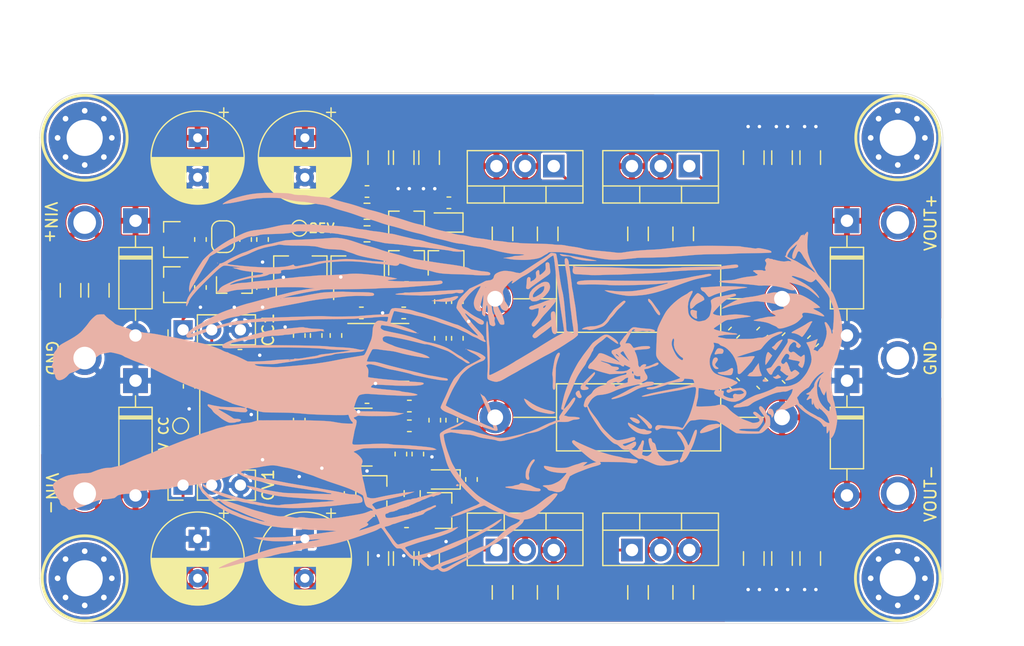
<source format=kicad_pcb>
(kicad_pcb (version 20171130) (host pcbnew "(5.1.6)-1")
  (layers (0 F.Cu signal) (31 B.Cu signal) (34 B.Paste user) (35 F.Paste user) (36 B.SilkS user hide) (37 F.SilkS user) (38 B.Mask user) (39 F.Mask user) (44 Edge.Cuts user))
  (net 0 "")
  (net 1 GND)
  (net 2 +5V)
  (net 3 "Net-(C10-Pad2)")
  (net 4 "Net-(C14-Pad1)")
  (net 5 CC_REF)
  (net 6 CV_REF)
  (net 7 "Net-(C17-Pad1)")
  (net 8 "Net-(C19-Pad2)")
  (net 9 "Net-(C20-Pad2)")
  (net 10 "Net-(Q2-Pad3)")
  (net 11 "Net-(Q3-Pad1)")
  (net 12 "Net-(Q4-Pad2)")
  (net 13 "Net-(R2-Pad2)")
  (net 14 "Net-(C14-Pad2)")
  (net 15 "Net-(C15-Pad1)")
  (net 16 "Net-(C16-Pad2)")
  (net 17 "Net-(C18-Pad1)")
  (net 18 "Net-(C21-Pad2)")
  (net 19 "Net-(C26-Pad2)")
  (net 20 "Net-(C27-Pad1)")
  (net 21 "Net-(Q6-Pad3)")
  (net 22 "Net-(Q7-Pad3)")
  (net 23 "Net-(Q8-Pad1)")
  (net 24 "Net-(R12-Pad1)")
  (net 25 "Net-(C16-Pad1)")
  (net 26 "Net-(C19-Pad1)")
  (net 27 "Net-(C17-Pad2)")
  (net 28 "Net-(C30-Pad2)")
  (net 29 "Net-(C31-Pad1)")
  (net 30 "Net-(D5-Pad2)")
  (net 31 "Net-(D5-Pad1)")
  (net 32 "Net-(D6-Pad2)")
  (net 33 "Net-(D6-Pad1)")
  (net 34 "Net-(Q3-Pad2)")
  (net 35 "Net-(Q9-Pad2)")
  (net 36 "Net-(Q10-Pad3)")
  (net 37 "Net-(Q9-Pad3)")
  (net 38 "Net-(C32-Pad1)")
  (net 39 "Net-(Q4-Pad3)")
  (net 40 "Net-(Q5-Pad3)")
  (net 41 "Net-(Q4-Pad1)")
  (net 42 "Net-(Q6-Pad1)")
  (net 43 "Net-(C6-Pad1)")
  (net 44 "Net-(Q1-Pad3)")
  (net 45 "Net-(C12-Pad2)")
  (module animefootpint:askedanime (layer B.Cu) (at 145.25 112.5 90)
    (fp_text reference G*** hide)
    (fp_text value LOGO hide)
  )
  (module Resistor_SMD:R_1206_3216Metric (layer F.Cu) (at 115.25 104 90)
    (fp_text reference R28 hide)
    (fp_text value 750R)
    (pad 2 smd roundrect (at 1.4 0 90) (size 1.25 1.75) (layers F.Cu F.Paste F.Mask) (roundrect_rratio 0.2) (net 45 "Net-(C12-Pad2)"))
    (pad 1 smd roundrect (at -1.4 0 90) (size 1.25 1.75) (layers F.Cu F.Paste F.Mask) (roundrect_rratio 0.2) (net 44 "Net-(Q1-Pad3)"))
  )
  (module Resistor_SMD:R_1206_3216Metric (layer F.Cu) (at 112.75 104 90)
    (fp_text reference R21 hide)
    (fp_text value 750R)
    (pad 2 smd roundrect (at 1.4 0 90) (size 1.25 1.75) (layers F.Cu F.Paste F.Mask) (roundrect_rratio 0.2) (net 45 "Net-(C12-Pad2)"))
    (pad 1 smd roundrect (at -1.4 0 90) (size 1.25 1.75) (layers F.Cu F.Paste F.Mask) (roundrect_rratio 0.2) (net 44 "Net-(Q1-Pad3)"))
  )
  (module Jumper:SolderJumper-2_P1.3mm_Open_RoundedPad1.0x1.5mm (layer F.Cu) (at 126.25 99.25 270)
    (fp_text reference JP1 hide)
    (fp_text value VIN)
    (pad 2 smd custom (at 0.65 0 270) (size 1 0.5) (layers F.Cu F.Mask) (net 43 "Net-(C6-Pad1)") (options (clearance outline) (anchor rect)) (primitives (gr_circle (center 0 0.25) (end 0.5 0.25) (width 0)) (gr_circle (center 0 -0.25) (end 0.5 -0.25) (width 0)) (gr_poly (pts (xy 0 -0.75) (xy -0.5 -0.75) (xy -0.5 0.75) (xy 0 0.75)) (width 0))))
    (pad 1 smd custom (at -0.65 0 270) (size 1 0.5) (layers F.Cu F.Mask) (net 45 "Net-(C12-Pad2)") (options (clearance outline) (anchor rect)) (primitives (gr_circle (center 0 0.25) (end 0.5 0.25) (width 0)) (gr_circle (center 0 -0.25) (end 0.5 -0.25) (width 0)) (gr_poly (pts (xy 0 -0.75) (xy 0.5 -0.75) (xy 0.5 0.75) (xy 0 0.75)) (width 0))))
  )
  (module Package_TO_SOT_SMD:SOT-89-3 (layer F.Cu) (at 133.096 102.616 90)
    (fp_text reference U6 hide)
    (fp_text value HT7550)
    (pad 2 smd custom (at -1.5625 0 90) (size 1.475 0.9) (layers F.Cu F.Paste F.Mask) (net 43 "Net-(C6-Pad1)") (options (clearance outline) (anchor rect)) (primitives (gr_poly (pts (xy 0.7375 -0.8665) (xy 3.8625 -0.8665) (xy 3.8625 0.8665) (xy 0.7375 0.8665)) (width 0))))
    (pad 3 smd rect (at -1.65 1.5 90) (size 1.3 0.9) (layers F.Cu F.Paste F.Mask) (net 2 +5V))
    (pad 1 smd rect (at -1.65 -1.5 90) (size 1.3 0.9) (layers F.Cu F.Paste F.Mask) (net 1 GND))
  )
  (module Package_TO_SOT_SMD:SOT-23 (layer F.Cu) (at 121.75 99.5 180)
    (fp_text reference Q11 hide)
    (fp_text value 5551)
    (pad 3 smd rect (at 1 0 180) (size 0.9 0.8) (layers F.Cu F.Paste F.Mask) (net 44 "Net-(Q1-Pad3)"))
    (pad 2 smd rect (at -1 0.95 180) (size 0.9 0.8) (layers F.Cu F.Paste F.Mask) (net 43 "Net-(C6-Pad1)"))
    (pad 1 smd rect (at -1 -0.95 180) (size 0.9 0.8) (layers F.Cu F.Paste F.Mask) (net 38 "Net-(C32-Pad1)"))
  )
  (module Package_TO_SOT_SMD:SOT-89-3 (layer F.Cu) (at 138.176 102.616 90)
    (fp_text reference U5 hide)
    (fp_text value HT7550)
    (pad 2 smd custom (at -1.5625 0 90) (size 1.475 0.9) (layers F.Cu F.Paste F.Mask) (net 43 "Net-(C6-Pad1)") (options (clearance outline) (anchor rect)) (primitives (gr_poly (pts (xy 0.7375 -0.8665) (xy 3.8625 -0.8665) (xy 3.8625 0.8665) (xy 0.7375 0.8665)) (width 0))))
    (pad 3 smd rect (at -1.65 1.5 90) (size 1.3 0.9) (layers F.Cu F.Paste F.Mask) (net 2 +5V))
    (pad 1 smd rect (at -1.65 -1.5 90) (size 1.3 0.9) (layers F.Cu F.Paste F.Mask) (net 1 GND))
  )
  (module Resistor_SMD:R_0603_1608Metric (layer F.Cu) (at 148.25 120.75 90)
    (fp_text reference R53 hide)
    (fp_text value 220R)
    (pad 2 smd roundrect (at 0.7875 0 90) (size 0.875 0.95) (layers F.Cu F.Paste F.Mask) (net 31 "Net-(D5-Pad1)"))
    (pad 1 smd roundrect (at -0.7875 0 90) (size 0.875 0.95) (layers F.Cu F.Paste F.Mask) (net 41 "Net-(Q4-Pad1)"))
  )
  (module Resistor_SMD:R_0603_1608Metric (layer F.Cu) (at 146.25 96.25 180)
    (fp_text reference R52 hide)
    (fp_text value 220R)
    (pad 2 smd roundrect (at 0.7875 0 180) (size 0.875 0.95) (layers F.Cu F.Paste F.Mask) (net 32 "Net-(D6-Pad2)"))
    (pad 1 smd roundrect (at -0.7875 0 180) (size 0.875 0.95) (layers F.Cu F.Paste F.Mask) (net 42 "Net-(Q6-Pad1)"))
  )
  (module Resistor_SMD:R_0603_1608Metric (layer F.Cu) (at 142.5 103.75 180)
    (fp_text reference R14 hide)
    (fp_text value 1K)
    (pad 2 smd roundrect (at 0.7875 0 180) (size 0.875 0.95) (layers F.Cu F.Paste F.Mask) (net 23 "Net-(Q8-Pad1)"))
    (pad 1 smd roundrect (at -0.7875 0 180) (size 0.875 0.95) (layers F.Cu F.Paste F.Mask) (net 25 "Net-(C16-Pad1)"))
  )
  (module TestPoint:TestPoint_Pad_D1.0mm (layer F.Cu) (at 122.5 116)
    (fp_text reference TP4 hide)
    (fp_text value CCREF)
    (pad 1 smd circle (at 0 0) (size 1 1) (layers F.Cu F.Mask) (net 5 CC_REF))
  )
  (module TestPoint:TestPoint_Pad_D1.0mm (layer F.Cu) (at 122.5 118.25)
    (fp_text reference TP3 hide)
    (fp_text value CVREF)
    (pad 1 smd circle (at 0 0) (size 1 1) (layers F.Cu F.Mask) (net 6 CV_REF))
  )
  (module TestPoint:TestPoint_Pad_D1.0mm (layer F.Cu) (at 133 98.5)
    (fp_text reference TP2 hide)
    (fp_text value 30V)
    (pad 1 smd circle (at 0 0) (size 1 1) (layers F.Cu F.Mask) (net 43 "Net-(C6-Pad1)"))
  )
  (module TestPoint:TestPoint_Pad_D1.0mm (layer F.Cu) (at 122.5 110)
    (fp_text reference TP1 hide)
    (fp_text value 5V)
    (pad 1 smd circle (at 0 0) (size 1 1) (layers F.Cu F.Mask) (net 2 +5V))
  )
  (module Resistor_SMD:R_0805_2012Metric (layer F.Cu) (at 139 99)
    (fp_text reference R29 hide)
    (fp_text value 20K)
    (pad 2 smd roundrect (at 0.9375 0) (size 0.975 1.4) (layers F.Cu F.Paste F.Mask) (net 33 "Net-(D6-Pad1)"))
    (pad 1 smd roundrect (at -0.9375 0) (size 0.975 1.4) (layers F.Cu F.Paste F.Mask) (net 45 "Net-(C12-Pad2)"))
  )
  (module Capacitor_SMD:C_0603_1608Metric (layer F.Cu) (at 124.25 103.75 270)
    (fp_text reference C32 hide)
    (fp_text value 1uF)
    (pad 2 smd roundrect (at 0.7875 0 270) (size 0.875 0.95) (layers F.Cu F.Paste F.Mask) (net 1 GND))
    (pad 1 smd roundrect (at -0.7875 0 270) (size 0.875 0.95) (layers F.Cu F.Paste F.Mask) (net 38 "Net-(C32-Pad1)"))
  )
  (module Resistor_SMD:R_0603_1608Metric (layer F.Cu) (at 139.5 124.5)
    (fp_text reference R22 hide)
    (fp_text value 10R)
    (pad 2 smd roundrect (at 0.7875 0) (size 0.875 0.95) (layers F.Cu F.Paste F.Mask) (net 30 "Net-(D5-Pad2)"))
    (pad 1 smd roundrect (at -0.7875 0) (size 0.875 0.95) (layers F.Cu F.Paste F.Mask) (net 37 "Net-(Q9-Pad3)"))
  )
  (module Resistor_SMD:R_0603_1608Metric (layer F.Cu) (at 176.25 108.25 225)
    (fp_text reference R50 hide)
    (fp_text value 10K)
    (pad 2 smd roundrect (at 0.7875 0 225) (size 0.875 0.95) (layers F.Cu F.Paste F.Mask) (net 16 "Net-(C16-Pad2)"))
    (pad 1 smd roundrect (at -0.7875 0 225) (size 0.875 0.95) (layers F.Cu F.Paste F.Mask) (net 9 "Net-(C20-Pad2)"))
  )
  (module Resistor_SMD:R_0603_1608Metric (layer F.Cu) (at 178.5 108.5 225)
    (fp_text reference R49 hide)
    (fp_text value 10K)
    (pad 2 smd roundrect (at 0.7875 0 225) (size 0.875 0.95) (layers F.Cu F.Paste F.Mask) (net 15 "Net-(C15-Pad1)"))
    (pad 1 smd roundrect (at -0.7875 0 225) (size 0.875 0.95) (layers F.Cu F.Paste F.Mask) (net 24 "Net-(R12-Pad1)"))
  )
  (module Resistor_SMD:R_0603_1608Metric (layer F.Cu) (at 147 105 270)
    (fp_text reference R48 hide)
    (fp_text value 10R)
    (pad 2 smd roundrect (at 0.7875 0 270) (size 0.875 0.95) (layers F.Cu F.Paste F.Mask) (net 1 GND))
    (pad 1 smd roundrect (at -0.7875 0 270) (size 0.875 0.95) (layers F.Cu F.Paste F.Mask) (net 34 "Net-(Q3-Pad2)"))
  )
  (module Resistor_SMD:R_0603_1608Metric (layer F.Cu) (at 139 95.25)
    (fp_text reference R47 hide)
    (fp_text value 10R)
    (pad 2 smd roundrect (at 0.7875 0) (size 0.875 0.95) (layers F.Cu F.Paste F.Mask) (net 36 "Net-(Q10-Pad3)"))
    (pad 1 smd roundrect (at -0.7875 0) (size 0.875 0.95) (layers F.Cu F.Paste F.Mask) (net 45 "Net-(C12-Pad2)"))
  )
  (module Resistor_SMD:R_0603_1608Metric (layer F.Cu) (at 142.5 124.5 180)
    (fp_text reference R34 hide)
    (fp_text value 10R)
    (pad 2 smd roundrect (at 0.7875 0 180) (size 0.875 0.95) (layers F.Cu F.Paste F.Mask) (net 3 "Net-(C10-Pad2)"))
    (pad 1 smd roundrect (at -0.7875 0 180) (size 0.875 0.95) (layers F.Cu F.Paste F.Mask) (net 10 "Net-(Q2-Pad3)"))
  )
  (module Resistor_SMD:R_0603_1608Metric (layer F.Cu) (at 137.5 122 270)
    (fp_text reference R6 hide)
    (fp_text value 1K)
    (pad 2 smd roundrect (at 0.7875 0 270) (size 0.875 0.95) (layers F.Cu F.Paste F.Mask) (net 35 "Net-(Q9-Pad2)"))
    (pad 1 smd roundrect (at -0.7875 0 270) (size 0.875 0.95) (layers F.Cu F.Paste F.Mask) (net 4 "Net-(C14-Pad1)"))
  )
  (module Resistor_SMD:R_0805_2012Metric (layer F.Cu) (at 139 97)
    (fp_text reference R5 hide)
    (fp_text value 20K)
    (pad 2 smd roundrect (at 0.9375 0) (size 0.975 1.4) (layers F.Cu F.Paste F.Mask) (net 33 "Net-(D6-Pad1)"))
    (pad 1 smd roundrect (at -0.9375 0) (size 0.975 1.4) (layers F.Cu F.Paste F.Mask) (net 45 "Net-(C12-Pad2)"))
  )
  (module Resistor_SMD:R_0805_2012Metric (layer F.Cu) (at 143 122 270)
    (fp_text reference R4 hide)
    (fp_text value 10K)
    (pad 2 smd roundrect (at 0.9375 0 270) (size 0.975 1.4) (layers F.Cu F.Paste F.Mask) (net 3 "Net-(C10-Pad2)"))
    (pad 1 smd roundrect (at -0.9375 0 270) (size 0.975 1.4) (layers F.Cu F.Paste F.Mask) (net 30 "Net-(D5-Pad2)"))
  )
  (module Package_TO_SOT_SMD:SOT-23 (layer F.Cu) (at 142.5 97.75 90)
    (fp_text reference Q10 hide)
    (fp_text value 5551)
    (pad 3 smd rect (at 1 0 90) (size 0.9 0.8) (layers F.Cu F.Paste F.Mask) (net 36 "Net-(Q10-Pad3)"))
    (pad 2 smd rect (at -1 0.95 90) (size 0.9 0.8) (layers F.Cu F.Paste F.Mask) (net 32 "Net-(D6-Pad2)"))
    (pad 1 smd rect (at -1 -0.95 90) (size 0.9 0.8) (layers F.Cu F.Paste F.Mask) (net 33 "Net-(D6-Pad1)"))
  )
  (module Package_TO_SOT_SMD:SOT-23 (layer F.Cu) (at 140 122)
    (fp_text reference Q9 hide)
    (fp_text value 5401)
    (pad 3 smd rect (at 1 0) (size 0.9 0.8) (layers F.Cu F.Paste F.Mask) (net 37 "Net-(Q9-Pad3)"))
    (pad 2 smd rect (at -1 0.95) (size 0.9 0.8) (layers F.Cu F.Paste F.Mask) (net 35 "Net-(Q9-Pad2)"))
    (pad 1 smd rect (at -1 -0.95) (size 0.9 0.8) (layers F.Cu F.Paste F.Mask) (net 1 GND))
  )
  (module Diode_SMD:D_SOD-323 (layer F.Cu) (at 146 98 180)
    (fp_text reference D6 hide)
    (fp_text value 1N4148)
    (pad 2 smd rect (at 1.05 0 180) (size 0.6 0.45) (layers F.Cu F.Paste F.Mask) (net 32 "Net-(D6-Pad2)"))
    (pad 1 smd rect (at -1.05 0 180) (size 0.6 0.45) (layers F.Cu F.Paste F.Mask) (net 33 "Net-(D6-Pad1)"))
  )
  (module Diode_SMD:D_SOD-323 (layer F.Cu) (at 145.75 120.75 180)
    (fp_text reference D5 hide)
    (fp_text value 1N4148)
    (pad 2 smd rect (at 1.05 0 180) (size 0.6 0.45) (layers F.Cu F.Paste F.Mask) (net 30 "Net-(D5-Pad2)"))
    (pad 1 smd rect (at -1.05 0 180) (size 0.6 0.45) (layers F.Cu F.Paste F.Mask) (net 31 "Net-(D5-Pad1)"))
  )
  (module Capacitor_SMD:C_0603_1608Metric (layer F.Cu) (at 171.5 112.25 315)
    (fp_text reference C31 hide)
    (fp_text value 1nF)
    (pad 2 smd roundrect (at 0.7875 0 315) (size 0.875 0.95) (layers F.Cu F.Paste F.Mask) (net 18 "Net-(C21-Pad2)"))
    (pad 1 smd roundrect (at -0.7875 0 315) (size 0.875 0.95) (layers F.Cu F.Paste F.Mask) (net 29 "Net-(C31-Pad1)"))
  )
  (module Capacitor_SMD:C_0603_1608Metric (layer F.Cu) (at 171.5 107.75 225)
    (fp_text reference C30 hide)
    (fp_text value 1nF)
    (pad 2 smd roundrect (at 0.7875 0 225) (size 0.875 0.95) (layers F.Cu F.Paste F.Mask) (net 28 "Net-(C30-Pad2)"))
    (pad 1 smd roundrect (at -0.7875 0 225) (size 0.875 0.95) (layers F.Cu F.Paste F.Mask) (net 9 "Net-(C20-Pad2)"))
  )
  (module Resistor_SMD:R_0603_1608Metric (layer F.Cu) (at 136 113.5 180)
    (fp_text reference R51 hide)
    (fp_text value 1K)
    (pad 2 smd roundrect (at 0.7875 0 180) (size 0.875 0.95) (layers F.Cu F.Paste F.Mask) (net 14 "Net-(C14-Pad2)"))
    (pad 1 smd roundrect (at -0.7875 0 180) (size 0.875 0.95) (layers F.Cu F.Paste F.Mask) (net 26 "Net-(C19-Pad1)"))
  )
  (module Resistor_THT:R_Axial_DIN0614_L14.3mm_D5.7mm_P25.40mm_Horizontal (layer F.Cu) (at 150.35 115.25)
    (fp_text reference R27 hide)
    (fp_text value 0R1)
    (pad 2 thru_hole oval (at 25.4 0) (size 2.8 2.8) (drill 1.4) (layers *.Cu *.Mask) (net 18 "Net-(C21-Pad2)"))
    (pad 1 thru_hole circle (at 0 0) (size 2.8 2.8) (drill 1.4) (layers *.Cu *.Mask) (net 12 "Net-(Q4-Pad2)"))
  )
  (module Resistor_THT:R_Axial_DIN0614_L14.3mm_D5.7mm_P25.40mm_Horizontal (layer F.Cu) (at 150.35 104.75)
    (fp_text reference R26 hide)
    (fp_text value 0R1)
    (pad 2 thru_hole oval (at 25.4 0) (size 2.8 2.8) (drill 1.4) (layers *.Cu *.Mask) (net 9 "Net-(C20-Pad2)"))
    (pad 1 thru_hole circle (at 0 0) (size 2.8 2.8) (drill 1.4) (layers *.Cu *.Mask) (net 24 "Net-(R12-Pad1)"))
  )
  (module Resistor_SMD:R_1206_3216Metric (layer F.Cu) (at 155 130.75 270)
    (fp_text reference R40 hide)
    (fp_text value 0R1)
    (pad 2 smd roundrect (at 1.4 0 270) (size 1.25 1.75) (layers F.Cu F.Paste F.Mask) (roundrect_rratio 0.2) (net 3 "Net-(C10-Pad2)"))
    (pad 1 smd roundrect (at -1.4 0 270) (size 1.25 1.75) (layers F.Cu F.Paste F.Mask) (roundrect_rratio 0.2) (net 40 "Net-(Q5-Pad3)"))
  )
  (module Resistor_SMD:R_1206_3216Metric (layer F.Cu) (at 167 130.75 270)
    (fp_text reference R39 hide)
    (fp_text value 0R1)
    (pad 2 smd roundrect (at 1.4 0 270) (size 1.25 1.75) (layers F.Cu F.Paste F.Mask) (roundrect_rratio 0.2) (net 3 "Net-(C10-Pad2)"))
    (pad 1 smd roundrect (at -1.4 0 270) (size 1.25 1.75) (layers F.Cu F.Paste F.Mask) (roundrect_rratio 0.2) (net 39 "Net-(Q4-Pad3)"))
  )
  (module Resistor_SMD:R_1206_3216Metric (layer F.Cu) (at 155 99 90)
    (fp_text reference R38 hide)
    (fp_text value 0R1)
    (pad 2 smd roundrect (at 1.4 0 90) (size 1.25 1.75) (layers F.Cu F.Paste F.Mask) (roundrect_rratio 0.2) (net 22 "Net-(Q7-Pad3)"))
    (pad 1 smd roundrect (at -1.4 0 90) (size 1.25 1.75) (layers F.Cu F.Paste F.Mask) (roundrect_rratio 0.2) (net 24 "Net-(R12-Pad1)"))
  )
  (module Resistor_SMD:R_1206_3216Metric (layer F.Cu) (at 167 99 90)
    (fp_text reference R37 hide)
    (fp_text value 0R1)
    (pad 2 smd roundrect (at 1.4 0 90) (size 1.25 1.75) (layers F.Cu F.Paste F.Mask) (roundrect_rratio 0.2) (net 21 "Net-(Q6-Pad3)"))
    (pad 1 smd roundrect (at -1.4 0 90) (size 1.25 1.75) (layers F.Cu F.Paste F.Mask) (roundrect_rratio 0.2) (net 24 "Net-(R12-Pad1)"))
  )
  (module Resistor_SMD:R_1206_3216Metric (layer F.Cu) (at 151 99 90)
    (fp_text reference R13 hide)
    (fp_text value 0R1)
    (pad 2 smd roundrect (at 1.4 0 90) (size 1.25 1.75) (layers F.Cu F.Paste F.Mask) (roundrect_rratio 0.2) (net 22 "Net-(Q7-Pad3)"))
    (pad 1 smd roundrect (at -1.4 0 90) (size 1.25 1.75) (layers F.Cu F.Paste F.Mask) (roundrect_rratio 0.2) (net 24 "Net-(R12-Pad1)"))
  )
  (module Resistor_SMD:R_1206_3216Metric (layer F.Cu) (at 163 99 90)
    (fp_text reference R12 hide)
    (fp_text value 0R1)
    (pad 2 smd roundrect (at 1.4 0 90) (size 1.25 1.75) (layers F.Cu F.Paste F.Mask) (roundrect_rratio 0.2) (net 21 "Net-(Q6-Pad3)"))
    (pad 1 smd roundrect (at -1.4 0 90) (size 1.25 1.75) (layers F.Cu F.Paste F.Mask) (roundrect_rratio 0.2) (net 24 "Net-(R12-Pad1)"))
  )
  (module Resistor_SMD:R_1206_3216Metric (layer F.Cu) (at 151 130.75 270)
    (fp_text reference R8 hide)
    (fp_text value 0R1)
    (pad 2 smd roundrect (at 1.4 0 270) (size 1.25 1.75) (layers F.Cu F.Paste F.Mask) (roundrect_rratio 0.2) (net 3 "Net-(C10-Pad2)"))
    (pad 1 smd roundrect (at -1.4 0 270) (size 1.25 1.75) (layers F.Cu F.Paste F.Mask) (roundrect_rratio 0.2) (net 40 "Net-(Q5-Pad3)"))
  )
  (module Resistor_SMD:R_1206_3216Metric (layer F.Cu) (at 163 130.75 270)
    (fp_text reference R7 hide)
    (fp_text value 0R1)
    (pad 2 smd roundrect (at 1.4 0 270) (size 1.25 1.75) (layers F.Cu F.Paste F.Mask) (roundrect_rratio 0.2) (net 3 "Net-(C10-Pad2)"))
    (pad 1 smd roundrect (at -1.4 0 270) (size 1.25 1.75) (layers F.Cu F.Paste F.Mask) (roundrect_rratio 0.2) (net 39 "Net-(Q4-Pad3)"))
  )
  (module Resistor_SMD:R_0603_1608Metric (layer F.Cu) (at 147 108.25 90)
    (fp_text reference R20 hide)
    (fp_text value 2K)
    (pad 2 smd roundrect (at 0.7875 0 90) (size 0.875 0.95) (layers F.Cu F.Paste F.Mask) (net 1 GND))
    (pad 1 smd roundrect (at -0.7875 0 90) (size 0.875 0.95) (layers F.Cu F.Paste F.Mask) (net 28 "Net-(C30-Pad2)"))
  )
  (module Resistor_SMD:R_0603_1608Metric (layer F.Cu) (at 174 107.75 45)
    (fp_text reference R19 hide)
    (fp_text value 10K)
    (pad 2 smd roundrect (at 0.7875 0 45) (size 0.875 0.95) (layers F.Cu F.Paste F.Mask) (net 9 "Net-(C20-Pad2)"))
    (pad 1 smd roundrect (at -0.7875 0 45) (size 0.875 0.95) (layers F.Cu F.Paste F.Mask) (net 28 "Net-(C30-Pad2)"))
  )
  (module Capacitor_SMD:C_0603_1608Metric (layer F.Cu) (at 138.5 106)
    (fp_text reference C2 hide)
    (fp_text value 22uF)
    (pad 2 smd roundrect (at 0.7875 0) (size 0.875 0.95) (layers F.Cu F.Paste F.Mask) (net 1 GND))
    (pad 1 smd roundrect (at -0.7875 0) (size 0.875 0.95) (layers F.Cu F.Paste F.Mask) (net 2 +5V))
  )
  (module Resistor_SMD:R_0603_1608Metric (layer F.Cu) (at 130.25 112.5 90)
    (fp_text reference R36 hide)
    (fp_text value 1K)
    (pad 2 smd roundrect (at 0.7875 0 90) (size 0.875 0.95) (layers F.Cu F.Paste F.Mask) (net 27 "Net-(C17-Pad2)"))
    (pad 1 smd roundrect (at -0.7875 0 90) (size 0.875 0.95) (layers F.Cu F.Paste F.Mask) (net 6 CV_REF))
  )
  (module Capacitor_THT:CP_Radial_D8.0mm_P3.50mm (layer F.Cu) (at 133.5 126 270)
    (fp_text reference C29 hide)
    (fp_text value 100uF)
    (pad 2 thru_hole circle (at 3.5 0 270) (size 1.6 1.6) (drill 0.8) (layers *.Cu *.Mask) (net 3 "Net-(C10-Pad2)"))
    (pad 1 thru_hole rect (at 0 0 270) (size 1.6 1.6) (drill 0.8) (layers *.Cu *.Mask) (net 1 GND))
  )
  (module Capacitor_THT:CP_Radial_D8.0mm_P3.50mm (layer F.Cu) (at 133.5 90.5 270)
    (fp_text reference C28 hide)
    (fp_text value 100uF)
    (pad 2 thru_hole circle (at 3.5 0 270) (size 1.6 1.6) (drill 0.8) (layers *.Cu *.Mask) (net 1 GND))
    (pad 1 thru_hole rect (at 0 0 270) (size 1.6 1.6) (drill 0.8) (layers *.Cu *.Mask) (net 45 "Net-(C12-Pad2)"))
  )
  (module Package_TO_SOT_SMD:SOT-23 (layer F.Cu) (at 127.25 103.5 270)
    (fp_text reference U3 hide)
    (fp_text value TL431)
    (pad 3 smd rect (at 1 0 270) (size 0.9 0.8) (layers F.Cu F.Paste F.Mask) (net 1 GND))
    (pad 1 smd rect (at -1 0.95 270) (size 0.9 0.8) (layers F.Cu F.Paste F.Mask) (net 38 "Net-(C32-Pad1)"))
    (pad 2 smd rect (at -1 -0.95 270) (size 0.9 0.8) (layers F.Cu F.Paste F.Mask) (net 13 "Net-(R2-Pad2)"))
  )
  (module Package_SO:SOIC-8_3.9x4.9mm_P1.27mm (layer F.Cu) (at 126.75 114.25 90)
    (fp_text reference U4 hide)
    (fp_text value MCP6002)
    (pad 8 smd roundrect (at 2.475 -1.905 90) (size 1.95 0.6) (layers F.Cu F.Paste F.Mask) (net 2 +5V))
    (pad 7 smd roundrect (at 2.475 -0.635 90) (size 1.95 0.6) (layers F.Cu F.Paste F.Mask) (net 5 CC_REF))
    (pad 6 smd roundrect (at 2.475 0.635 90) (size 1.95 0.6) (layers F.Cu F.Paste F.Mask) (net 5 CC_REF))
    (pad 5 smd roundrect (at 2.475 1.905 90) (size 1.95 0.6) (layers F.Cu F.Paste F.Mask) (net 20 "Net-(C27-Pad1)"))
    (pad 4 smd roundrect (at -2.475 1.905 90) (size 1.95 0.6) (layers F.Cu F.Paste F.Mask) (net 1 GND))
    (pad 3 smd roundrect (at -2.475 0.635 90) (size 1.95 0.6) (layers F.Cu F.Paste F.Mask) (net 19 "Net-(C26-Pad2)"))
    (pad 2 smd roundrect (at -2.475 -0.635 90) (size 1.95 0.6) (layers F.Cu F.Paste F.Mask) (net 6 CV_REF))
    (pad 1 smd roundrect (at -2.475 -1.905 90) (size 1.95 0.6) (layers F.Cu F.Paste F.Mask) (net 6 CV_REF))
  )
  (module Resistor_SMD:R_0603_1608Metric (layer F.Cu) (at 130.25 115.75 90)
    (fp_text reference R10 hide)
    (fp_text value 2K)
    (pad 2 smd roundrect (at 0.7875 0 90) (size 0.875 0.95) (layers F.Cu F.Paste F.Mask) (net 29 "Net-(C31-Pad1)"))
    (pad 1 smd roundrect (at -0.7875 0 90) (size 0.875 0.95) (layers F.Cu F.Paste F.Mask) (net 6 CV_REF))
  )
  (module Capacitor_SMD:C_0603_1608Metric (layer F.Cu) (at 142.25 106)
    (fp_text reference C1 hide)
    (fp_text value 22uF)
    (pad 2 smd roundrect (at 0.7875 0) (size 0.875 0.95) (layers F.Cu F.Paste F.Mask) (net 2 +5V))
    (pad 1 smd roundrect (at -0.7875 0) (size 0.875 0.95) (layers F.Cu F.Paste F.Mask) (net 1 GND))
  )
  (module Package_TO_SOT_SMD:SOT-23 (layer F.Cu) (at 142.5 101.25 90)
    (fp_text reference Q8 hide)
    (fp_text value 5551)
    (pad 3 smd rect (at 1 0 90) (size 0.9 0.8) (layers F.Cu F.Paste F.Mask) (net 33 "Net-(D6-Pad1)"))
    (pad 2 smd rect (at -1 0.95 90) (size 0.9 0.8) (layers F.Cu F.Paste F.Mask) (net 34 "Net-(Q3-Pad2)"))
    (pad 1 smd rect (at -1 -0.95 90) (size 0.9 0.8) (layers F.Cu F.Paste F.Mask) (net 23 "Net-(Q8-Pad1)"))
  )
  (module Package_TO_SOT_SMD:SOT-23 (layer F.Cu) (at 146 101.25 90)
    (fp_text reference Q3 hide)
    (fp_text value 5551)
    (pad 3 smd rect (at 1 0 90) (size 0.9 0.8) (layers F.Cu F.Paste F.Mask) (net 33 "Net-(D6-Pad1)"))
    (pad 2 smd rect (at -1 0.95 90) (size 0.9 0.8) (layers F.Cu F.Paste F.Mask) (net 34 "Net-(Q3-Pad2)"))
    (pad 1 smd rect (at -1 -0.95 90) (size 0.9 0.8) (layers F.Cu F.Paste F.Mask) (net 11 "Net-(Q3-Pad1)"))
  )
  (module Package_TO_SOT_SMD:SOT-23 (layer F.Cu) (at 145.75 123.5)
    (fp_text reference Q2 hide)
    (fp_text value 5401)
    (pad 3 smd rect (at 1 0) (size 0.9 0.8) (layers F.Cu F.Paste F.Mask) (net 10 "Net-(Q2-Pad3)"))
    (pad 2 smd rect (at -1 0.95) (size 0.9 0.8) (layers F.Cu F.Paste F.Mask) (net 31 "Net-(D5-Pad1)"))
    (pad 1 smd rect (at -1 -0.95) (size 0.9 0.8) (layers F.Cu F.Paste F.Mask) (net 30 "Net-(D5-Pad2)"))
  )
  (module Package_TO_SOT_SMD:SOT-23 (layer F.Cu) (at 121.75 103.5 180)
    (fp_text reference Q1 hide)
    (fp_text value 5551)
    (pad 3 smd rect (at 1 0 180) (size 0.9 0.8) (layers F.Cu F.Paste F.Mask) (net 44 "Net-(Q1-Pad3)"))
    (pad 2 smd rect (at -1 0.95 180) (size 0.9 0.8) (layers F.Cu F.Paste F.Mask) (net 43 "Net-(C6-Pad1)"))
    (pad 1 smd rect (at -1 -0.95 180) (size 0.9 0.8) (layers F.Cu F.Paste F.Mask) (net 38 "Net-(C32-Pad1)"))
  )
  (module Connector_PinHeader_2.54mm:PinHeader_1x03_P2.54mm_Vertical (layer F.Cu) (at 122.71 121.25 90)
    (fp_text reference CV1 (at 0 7.54 90) (layer F.SilkS))
    (fp_text value 10K)
    (pad 3 thru_hole oval (at 0 5.08 90) (size 1.7 1.7) (drill 1) (layers *.Cu *.Mask) (net 1 GND))
    (pad 2 thru_hole oval (at 0 2.54 90) (size 1.7 1.7) (drill 1) (layers *.Cu *.Mask) (net 19 "Net-(C26-Pad2)"))
    (pad 1 thru_hole rect (at 0 0 90) (size 1.7 1.7) (drill 1) (layers *.Cu *.Mask) (net 2 +5V))
  )
  (module Connector_PinHeader_2.54mm:PinHeader_1x03_P2.54mm_Vertical (layer F.Cu) (at 122.71 107.5 90)
    (fp_text reference CC1 (at 0 7.54 90) (layer F.SilkS))
    (fp_text value 10K)
    (pad 3 thru_hole oval (at 0 5.08 90) (size 1.7 1.7) (drill 1) (layers *.Cu *.Mask) (net 1 GND))
    (pad 2 thru_hole oval (at 0 2.54 90) (size 1.7 1.7) (drill 1) (layers *.Cu *.Mask) (net 20 "Net-(C27-Pad1)"))
    (pad 1 thru_hole rect (at 0 0 90) (size 1.7 1.7) (drill 1) (layers *.Cu *.Mask) (net 2 +5V))
  )
  (module Diode_THT:D_DO-41_SOD81_P10.16mm_Horizontal (layer F.Cu) (at 181.5 112 270)
    (fp_text reference D4 hide)
    (fp_text value 1N4007)
    (pad 2 thru_hole oval (at 10.16 0 270) (size 2.2 2.2) (drill 1.1) (layers *.Cu *.Mask) (net 18 "Net-(C21-Pad2)"))
    (pad 1 thru_hole rect (at 0 0 270) (size 2.2 2.2) (drill 1.1) (layers *.Cu *.Mask) (net 1 GND))
  )
  (module Diode_THT:D_DO-41_SOD81_P10.16mm_Horizontal (layer F.Cu) (at 181.5 97.84 270)
    (fp_text reference D3 hide)
    (fp_text value 1N4007)
    (pad 2 thru_hole oval (at 10.16 0 270) (size 2.2 2.2) (drill 1.1) (layers *.Cu *.Mask) (net 1 GND))
    (pad 1 thru_hole rect (at 0 0 270) (size 2.2 2.2) (drill 1.1) (layers *.Cu *.Mask) (net 9 "Net-(C20-Pad2)"))
  )
  (module Diode_THT:D_DO-41_SOD81_P10.16mm_Horizontal (layer F.Cu) (at 118.5 112 270)
    (fp_text reference D2 hide)
    (fp_text value 1N4007)
    (pad 2 thru_hole oval (at 10.16 0 270) (size 2.2 2.2) (drill 1.1) (layers *.Cu *.Mask) (net 3 "Net-(C10-Pad2)"))
    (pad 1 thru_hole rect (at 0 0 270) (size 2.2 2.2) (drill 1.1) (layers *.Cu *.Mask) (net 1 GND))
  )
  (module Diode_THT:D_DO-41_SOD81_P10.16mm_Horizontal (layer F.Cu) (at 118.5 97.84 270)
    (fp_text reference D1 hide)
    (fp_text value 1N4007)
    (pad 2 thru_hole oval (at 10.16 0 270) (size 2.2 2.2) (drill 1.1) (layers *.Cu *.Mask) (net 1 GND))
    (pad 1 thru_hole rect (at 0 0 270) (size 2.2 2.2) (drill 1.1) (layers *.Cu *.Mask) (net 45 "Net-(C12-Pad2)"))
  )
  (module Package_SO:SOIC-8_3.9x4.9mm_P1.27mm (layer F.Cu) (at 137.5 117)
    (fp_text reference U2 hide)
    (fp_text value MCP6002)
    (pad 1 smd roundrect (at -2.475 -1.905) (size 1.95 0.6) (layers F.Cu F.Paste F.Mask) (net 4 "Net-(C14-Pad1)"))
    (pad 2 smd roundrect (at -2.475 -0.635) (size 1.95 0.6) (layers F.Cu F.Paste F.Mask) (net 14 "Net-(C14-Pad2)"))
    (pad 3 smd roundrect (at -2.475 0.635) (size 1.95 0.6) (layers F.Cu F.Paste F.Mask) (net 29 "Net-(C31-Pad1)"))
    (pad 4 smd roundrect (at -2.475 1.905) (size 1.95 0.6) (layers F.Cu F.Paste F.Mask) (net 1 GND))
    (pad 5 smd roundrect (at 2.475 1.905) (size 1.95 0.6) (layers F.Cu F.Paste F.Mask) (net 17 "Net-(C18-Pad1)"))
    (pad 6 smd roundrect (at 2.475 0.635) (size 1.95 0.6) (layers F.Cu F.Paste F.Mask) (net 8 "Net-(C19-Pad2)"))
    (pad 7 smd roundrect (at 2.475 -0.635) (size 1.95 0.6) (layers F.Cu F.Paste F.Mask) (net 26 "Net-(C19-Pad1)"))
    (pad 8 smd roundrect (at 2.475 -1.905) (size 1.95 0.6) (layers F.Cu F.Paste F.Mask) (net 2 +5V))
  )
  (module Resistor_SMD:R_0603_1608Metric (layer F.Cu) (at 129.75 103.75 270)
    (fp_text reference R3 hide)
    (fp_text value 2K)
    (pad 1 smd roundrect (at -0.7875 0 270) (size 0.875 0.95) (layers F.Cu F.Paste F.Mask) (net 13 "Net-(R2-Pad2)"))
    (pad 2 smd roundrect (at 0.7875 0 270) (size 0.875 0.95) (layers F.Cu F.Paste F.Mask) (net 1 GND))
  )
  (module Package_SO:SOIC-8_3.9x4.9mm_P1.27mm (layer F.Cu) (at 140.75 109.5)
    (fp_text reference U1 hide)
    (fp_text value MCP6002)
    (pad 1 smd roundrect (at -2.475 -1.905) (size 1.95 0.6) (layers F.Cu F.Paste F.Mask) (net 25 "Net-(C16-Pad1)"))
    (pad 2 smd roundrect (at -2.475 -0.635) (size 1.95 0.6) (layers F.Cu F.Paste F.Mask) (net 16 "Net-(C16-Pad2)"))
    (pad 3 smd roundrect (at -2.475 0.635) (size 1.95 0.6) (layers F.Cu F.Paste F.Mask) (net 15 "Net-(C15-Pad1)"))
    (pad 4 smd roundrect (at -2.475 1.905) (size 1.95 0.6) (layers F.Cu F.Paste F.Mask) (net 1 GND))
    (pad 5 smd roundrect (at 2.475 1.905) (size 1.95 0.6) (layers F.Cu F.Paste F.Mask) (net 28 "Net-(C30-Pad2)"))
    (pad 6 smd roundrect (at 2.475 0.635) (size 1.95 0.6) (layers F.Cu F.Paste F.Mask) (net 27 "Net-(C17-Pad2)"))
    (pad 7 smd roundrect (at 2.475 -0.635) (size 1.95 0.6) (layers F.Cu F.Paste F.Mask) (net 7 "Net-(C17-Pad1)"))
    (pad 8 smd roundrect (at 2.475 -1.905) (size 1.95 0.6) (layers F.Cu F.Paste F.Mask) (net 2 +5V))
  )
  (module Capacitor_THT:CP_Radial_D8.0mm_P3.50mm (layer F.Cu) (at 124 90.5 270)
    (fp_text reference C4 hide)
    (fp_text value 100uF)
    (pad 2 thru_hole circle (at 3.5 0 270) (size 1.6 1.6) (drill 0.8) (layers *.Cu *.Mask) (net 1 GND))
    (pad 1 thru_hole rect (at 0 0 270) (size 1.6 1.6) (drill 0.8) (layers *.Cu *.Mask) (net 45 "Net-(C12-Pad2)"))
  )
  (module Capacitor_THT:CP_Radial_D8.0mm_P3.50mm (layer F.Cu) (at 124 126 270)
    (fp_text reference C5 hide)
    (fp_text value 100uF)
    (pad 2 thru_hole circle (at 3.5 0 270) (size 1.6 1.6) (drill 0.8) (layers *.Cu *.Mask) (net 3 "Net-(C10-Pad2)"))
    (pad 1 thru_hole rect (at 0 0 270) (size 1.6 1.6) (drill 0.8) (layers *.Cu *.Mask) (net 1 GND))
  )
  (module Capacitor_SMD:C_1206_3216Metric (layer F.Cu) (at 140 92.25 90)
    (fp_text reference C7 hide)
    (fp_text value 10uF)
    (pad 1 smd roundrect (at -1.4 0 90) (size 1.25 1.75) (layers F.Cu F.Paste F.Mask) (roundrect_rratio 0.2) (net 1 GND))
    (pad 2 smd roundrect (at 1.4 0 90) (size 1.25 1.75) (layers F.Cu F.Paste F.Mask) (roundrect_rratio 0.2) (net 45 "Net-(C12-Pad2)"))
  )
  (module Capacitor_SMD:C_1206_3216Metric (layer F.Cu) (at 140 127.75 270)
    (fp_text reference C8 hide)
    (fp_text value 10uF)
    (pad 2 smd roundrect (at 1.4 0 270) (size 1.25 1.75) (layers F.Cu F.Paste F.Mask) (roundrect_rratio 0.2) (net 3 "Net-(C10-Pad2)"))
    (pad 1 smd roundrect (at -1.4 0 270) (size 1.25 1.75) (layers F.Cu F.Paste F.Mask) (roundrect_rratio 0.2) (net 1 GND))
  )
  (module Capacitor_SMD:C_1206_3216Metric (layer F.Cu) (at 142.25 92.25 90)
    (fp_text reference C9 hide)
    (fp_text value 10uF)
    (pad 2 smd roundrect (at 1.4 0 90) (size 1.25 1.75) (layers F.Cu F.Paste F.Mask) (roundrect_rratio 0.2) (net 45 "Net-(C12-Pad2)"))
    (pad 1 smd roundrect (at -1.4 0 90) (size 1.25 1.75) (layers F.Cu F.Paste F.Mask) (roundrect_rratio 0.2) (net 1 GND))
  )
  (module Capacitor_SMD:C_1206_3216Metric (layer F.Cu) (at 142.25 127.75 270)
    (fp_text reference C10 hide)
    (fp_text value 10uF)
    (pad 1 smd roundrect (at -1.4 0 270) (size 1.25 1.75) (layers F.Cu F.Paste F.Mask) (roundrect_rratio 0.2) (net 1 GND))
    (pad 2 smd roundrect (at 1.4 0 270) (size 1.25 1.75) (layers F.Cu F.Paste F.Mask) (roundrect_rratio 0.2) (net 3 "Net-(C10-Pad2)"))
  )
  (module Capacitor_SMD:C_1206_3216Metric (layer F.Cu) (at 144.5 92.25 90)
    (fp_text reference C12 hide)
    (fp_text value 10uF)
    (pad 1 smd roundrect (at -1.4 0 90) (size 1.25 1.75) (layers F.Cu F.Paste F.Mask) (roundrect_rratio 0.2) (net 1 GND))
    (pad 2 smd roundrect (at 1.4 0 90) (size 1.25 1.75) (layers F.Cu F.Paste F.Mask) (roundrect_rratio 0.2) (net 45 "Net-(C12-Pad2)"))
  )
  (module Capacitor_SMD:C_1206_3216Metric (layer F.Cu) (at 144.5 127.75 270)
    (fp_text reference C13 hide)
    (fp_text value 10uF)
    (pad 1 smd roundrect (at -1.4 0 270) (size 1.25 1.75) (layers F.Cu F.Paste F.Mask) (roundrect_rratio 0.2) (net 1 GND))
    (pad 2 smd roundrect (at 1.4 0 270) (size 1.25 1.75) (layers F.Cu F.Paste F.Mask) (roundrect_rratio 0.2) (net 3 "Net-(C10-Pad2)"))
  )
  (module Capacitor_SMD:C_1206_3216Metric (layer F.Cu) (at 178.25 92.25 270)
    (fp_text reference C20 hide)
    (fp_text value 10uF)
    (pad 2 smd roundrect (at 1.4 0 270) (size 1.25 1.75) (layers F.Cu F.Paste F.Mask) (roundrect_rratio 0.2) (net 9 "Net-(C20-Pad2)"))
    (pad 1 smd roundrect (at -1.4 0 270) (size 1.25 1.75) (layers F.Cu F.Paste F.Mask) (roundrect_rratio 0.2) (net 1 GND))
  )
  (module Capacitor_SMD:C_1206_3216Metric (layer F.Cu) (at 178.25 127.75 90)
    (fp_text reference C21 hide)
    (fp_text value 10uF)
    (pad 2 smd roundrect (at 1.4 0 90) (size 1.25 1.75) (layers F.Cu F.Paste F.Mask) (roundrect_rratio 0.2) (net 18 "Net-(C21-Pad2)"))
    (pad 1 smd roundrect (at -1.4 0 90) (size 1.25 1.75) (layers F.Cu F.Paste F.Mask) (roundrect_rratio 0.2) (net 1 GND))
  )
  (module Capacitor_SMD:C_1206_3216Metric (layer F.Cu) (at 175.75 92.25 270)
    (fp_text reference C22 hide)
    (fp_text value 10uF)
    (pad 1 smd roundrect (at -1.4 0 270) (size 1.25 1.75) (layers F.Cu F.Paste F.Mask) (roundrect_rratio 0.2) (net 1 GND))
    (pad 2 smd roundrect (at 1.4 0 270) (size 1.25 1.75) (layers F.Cu F.Paste F.Mask) (roundrect_rratio 0.2) (net 9 "Net-(C20-Pad2)"))
  )
  (module Capacitor_SMD:C_1206_3216Metric (layer F.Cu) (at 175.75 127.75 90)
    (fp_text reference C23 hide)
    (fp_text value 10uF)
    (pad 1 smd roundrect (at -1.4 0 90) (size 1.25 1.75) (layers F.Cu F.Paste F.Mask) (roundrect_rratio 0.2) (net 1 GND))
    (pad 2 smd roundrect (at 1.4 0 90) (size 1.25 1.75) (layers F.Cu F.Paste F.Mask) (roundrect_rratio 0.2) (net 18 "Net-(C21-Pad2)"))
  )
  (module Capacitor_SMD:C_1206_3216Metric (layer F.Cu) (at 173.25 92.25 270)
    (fp_text reference C24 hide)
    (fp_text value 10uF)
    (pad 2 smd roundrect (at 1.4 0 270) (size 1.25 1.75) (layers F.Cu F.Paste F.Mask) (roundrect_rratio 0.2) (net 9 "Net-(C20-Pad2)"))
    (pad 1 smd roundrect (at -1.4 0 270) (size 1.25 1.75) (layers F.Cu F.Paste F.Mask) (roundrect_rratio 0.2) (net 1 GND))
  )
  (module Capacitor_SMD:C_1206_3216Metric (layer F.Cu) (at 173.25 127.75 90)
    (fp_text reference C25 hide)
    (fp_text value 10uF)
    (pad 2 smd roundrect (at 1.4 0 90) (size 1.25 1.75) (layers F.Cu F.Paste F.Mask) (roundrect_rratio 0.2) (net 18 "Net-(C21-Pad2)"))
    (pad 1 smd roundrect (at -1.4 0 90) (size 1.25 1.75) (layers F.Cu F.Paste F.Mask) (roundrect_rratio 0.2) (net 1 GND))
  )
  (module MountingHole:MountingHole_3.2mm_M3_Pad_Via (layer F.Cu) (at 114 90.5)
    (fp_text reference H5 hide)
    (fp_text value MountingHole)
    (pad 1 thru_hole circle (at 1.697056 -1.697056) (size 0.8 0.8) (drill 0.5) (layers *.Cu *.Mask))
    (pad 1 thru_hole circle (at 0 -2.4) (size 0.8 0.8) (drill 0.5) (layers *.Cu *.Mask))
    (pad 1 thru_hole circle (at -1.697056 -1.697056) (size 0.8 0.8) (drill 0.5) (layers *.Cu *.Mask))
    (pad 1 thru_hole circle (at -2.4 0) (size 0.8 0.8) (drill 0.5) (layers *.Cu *.Mask))
    (pad 1 thru_hole circle (at -1.697056 1.697056) (size 0.8 0.8) (drill 0.5) (layers *.Cu *.Mask))
    (pad 1 thru_hole circle (at 0 2.4) (size 0.8 0.8) (drill 0.5) (layers *.Cu *.Mask))
    (pad 1 thru_hole circle (at 1.697056 1.697056) (size 0.8 0.8) (drill 0.5) (layers *.Cu *.Mask))
    (pad 1 thru_hole circle (at 2.4 0) (size 0.8 0.8) (drill 0.5) (layers *.Cu *.Mask))
    (pad 1 thru_hole circle (at 0 0) (size 6.4 6.4) (drill 3.2) (layers *.Cu *.Mask))
  )
  (module MountingHole:MountingHole_3.2mm_M3_Pad_Via (layer F.Cu) (at 186 90.5)
    (fp_text reference H6 hide)
    (fp_text value MountingHole)
    (pad 1 thru_hole circle (at 0 0) (size 6.4 6.4) (drill 3.2) (layers *.Cu *.Mask))
    (pad 1 thru_hole circle (at 2.4 0) (size 0.8 0.8) (drill 0.5) (layers *.Cu *.Mask))
    (pad 1 thru_hole circle (at 1.697056 1.697056) (size 0.8 0.8) (drill 0.5) (layers *.Cu *.Mask))
    (pad 1 thru_hole circle (at 0 2.4) (size 0.8 0.8) (drill 0.5) (layers *.Cu *.Mask))
    (pad 1 thru_hole circle (at -1.697056 1.697056) (size 0.8 0.8) (drill 0.5) (layers *.Cu *.Mask))
    (pad 1 thru_hole circle (at -2.4 0) (size 0.8 0.8) (drill 0.5) (layers *.Cu *.Mask))
    (pad 1 thru_hole circle (at -1.697056 -1.697056) (size 0.8 0.8) (drill 0.5) (layers *.Cu *.Mask))
    (pad 1 thru_hole circle (at 0 -2.4) (size 0.8 0.8) (drill 0.5) (layers *.Cu *.Mask))
    (pad 1 thru_hole circle (at 1.697056 -1.697056) (size 0.8 0.8) (drill 0.5) (layers *.Cu *.Mask))
  )
  (module MountingHole:MountingHole_3.2mm_M3_Pad_Via (layer F.Cu) (at 114 129.5)
    (fp_text reference H7 hide)
    (fp_text value MountingHole)
    (pad 1 thru_hole circle (at 1.697056 -1.697056) (size 0.8 0.8) (drill 0.5) (layers *.Cu *.Mask))
    (pad 1 thru_hole circle (at 0 -2.4) (size 0.8 0.8) (drill 0.5) (layers *.Cu *.Mask))
    (pad 1 thru_hole circle (at -1.697056 -1.697056) (size 0.8 0.8) (drill 0.5) (layers *.Cu *.Mask))
    (pad 1 thru_hole circle (at -2.4 0) (size 0.8 0.8) (drill 0.5) (layers *.Cu *.Mask))
    (pad 1 thru_hole circle (at -1.697056 1.697056) (size 0.8 0.8) (drill 0.5) (layers *.Cu *.Mask))
    (pad 1 thru_hole circle (at 0 2.4) (size 0.8 0.8) (drill 0.5) (layers *.Cu *.Mask))
    (pad 1 thru_hole circle (at 1.697056 1.697056) (size 0.8 0.8) (drill 0.5) (layers *.Cu *.Mask))
    (pad 1 thru_hole circle (at 2.4 0) (size 0.8 0.8) (drill 0.5) (layers *.Cu *.Mask))
    (pad 1 thru_hole circle (at 0 0) (size 6.4 6.4) (drill 3.2) (layers *.Cu *.Mask))
  )
  (module MountingHole:MountingHole_3.2mm_M3_Pad_Via (layer F.Cu) (at 186 129.5)
    (fp_text reference H8 hide)
    (fp_text value MountingHole)
    (pad 1 thru_hole circle (at 0 0) (size 6.4 6.4) (drill 3.2) (layers *.Cu *.Mask))
    (pad 1 thru_hole circle (at 2.4 0) (size 0.8 0.8) (drill 0.5) (layers *.Cu *.Mask))
    (pad 1 thru_hole circle (at 1.697056 1.697056) (size 0.8 0.8) (drill 0.5) (layers *.Cu *.Mask))
    (pad 1 thru_hole circle (at 0 2.4) (size 0.8 0.8) (drill 0.5) (layers *.Cu *.Mask))
    (pad 1 thru_hole circle (at -1.697056 1.697056) (size 0.8 0.8) (drill 0.5) (layers *.Cu *.Mask))
    (pad 1 thru_hole circle (at -2.4 0) (size 0.8 0.8) (drill 0.5) (layers *.Cu *.Mask))
    (pad 1 thru_hole circle (at -1.697056 -1.697056) (size 0.8 0.8) (drill 0.5) (layers *.Cu *.Mask))
    (pad 1 thru_hole circle (at 0 -2.4) (size 0.8 0.8) (drill 0.5) (layers *.Cu *.Mask))
    (pad 1 thru_hole circle (at 1.697056 -1.697056) (size 0.8 0.8) (drill 0.5) (layers *.Cu *.Mask))
  )
  (module Package_TO_SOT_THT:TO-220-3_Vertical (layer F.Cu) (at 162.46 127)
    (fp_text reference Q4 hide)
    (fp_text value NMOS)
    (pad 3 thru_hole oval (at 5.08 0) (size 1.905 2) (drill 1.1) (layers *.Cu *.Mask) (net 39 "Net-(Q4-Pad3)"))
    (pad 2 thru_hole oval (at 2.54 0) (size 1.905 2) (drill 1.1) (layers *.Cu *.Mask) (net 12 "Net-(Q4-Pad2)"))
    (pad 1 thru_hole rect (at 0 0) (size 1.905 2) (drill 1.1) (layers *.Cu *.Mask) (net 41 "Net-(Q4-Pad1)"))
  )
  (module Package_TO_SOT_THT:TO-220-3_Vertical (layer F.Cu) (at 150.46 127)
    (fp_text reference Q5 hide)
    (fp_text value NMOS)
    (pad 1 thru_hole rect (at 0 0) (size 1.905 2) (drill 1.1) (layers *.Cu *.Mask) (net 41 "Net-(Q4-Pad1)"))
    (pad 2 thru_hole oval (at 2.54 0) (size 1.905 2) (drill 1.1) (layers *.Cu *.Mask) (net 12 "Net-(Q4-Pad2)"))
    (pad 3 thru_hole oval (at 5.08 0) (size 1.905 2) (drill 1.1) (layers *.Cu *.Mask) (net 40 "Net-(Q5-Pad3)"))
  )
  (module Package_TO_SOT_THT:TO-220-3_Vertical (layer F.Cu) (at 167.54 93 180)
    (fp_text reference Q6 hide)
    (fp_text value NMOS)
    (pad 1 thru_hole rect (at 0 0 180) (size 1.905 2) (drill 1.1) (layers *.Cu *.Mask) (net 42 "Net-(Q6-Pad1)"))
    (pad 2 thru_hole oval (at 2.54 0 180) (size 1.905 2) (drill 1.1) (layers *.Cu *.Mask) (net 45 "Net-(C12-Pad2)"))
    (pad 3 thru_hole oval (at 5.08 0 180) (size 1.905 2) (drill 1.1) (layers *.Cu *.Mask) (net 21 "Net-(Q6-Pad3)"))
  )
  (module Package_TO_SOT_THT:TO-220-3_Vertical (layer F.Cu) (at 155.54 93 180)
    (fp_text reference Q7 hide)
    (fp_text value NMOS)
    (pad 3 thru_hole oval (at 5.08 0 180) (size 1.905 2) (drill 1.1) (layers *.Cu *.Mask) (net 22 "Net-(Q7-Pad3)"))
    (pad 2 thru_hole oval (at 2.54 0 180) (size 1.905 2) (drill 1.1) (layers *.Cu *.Mask) (net 45 "Net-(C12-Pad2)"))
    (pad 1 thru_hole rect (at 0 0 180) (size 1.905 2) (drill 1.1) (layers *.Cu *.Mask) (net 42 "Net-(Q6-Pad1)"))
  )
  (module MountingHole:MountingHole_2.2mm_M2_DIN965_Pad (layer F.Cu) (at 114 98 270)
    (fp_text reference H1 hide)
    (fp_text value VIN+ (at 0 3 270 unlocked) (layer F.SilkS) (effects (font (size 1.016 1.016) (thickness 0.1524))))
    (pad 1 thru_hole circle (at 0 0 270) (size 3 3) (drill 2) (layers *.Cu *.Mask) (net 45 "Net-(C12-Pad2)"))
  )
  (module MountingHole:MountingHole_2.2mm_M2_DIN965_Pad (layer F.Cu) (at 114 110 270)
    (fp_text reference H2 hide)
    (fp_text value GND (at 0 2.9 270 unlocked) (layer F.SilkS) (effects (font (size 1.016 1.016) (thickness 0.1524))))
    (pad 1 thru_hole circle (at 0 0 270) (size 3 3) (drill 2) (layers *.Cu *.Mask) (net 1 GND))
  )
  (module MountingHole:MountingHole_2.2mm_M2_DIN965_Pad (layer F.Cu) (at 114 122 270)
    (fp_text reference H4 hide)
    (fp_text value VIN- (at 0 2.9 270 unlocked) (layer F.SilkS) (effects (font (size 1.016 1.016) (thickness 0.1524))))
    (pad 1 thru_hole circle (at 0 0 270) (size 3 3) (drill 2) (layers *.Cu *.Mask) (net 3 "Net-(C10-Pad2)"))
  )
  (module MountingHole:MountingHole_2.2mm_M2_DIN965_Pad (layer F.Cu) (at 186 98 90)
    (fp_text reference H9 hide)
    (fp_text value VOUT+ (at 0 2.9 90) (layer F.SilkS) (effects (font (size 1.016 1.016) (thickness 0.1524))))
    (pad 1 thru_hole circle (at 0 0 90) (size 3 3) (drill 2) (layers *.Cu *.Mask) (net 9 "Net-(C20-Pad2)"))
  )
  (module MountingHole:MountingHole_2.2mm_M2_DIN965_Pad (layer F.Cu) (at 186 110 90)
    (fp_text reference H10 hide)
    (fp_text value GND (at 0 2.9 90) (layer F.SilkS) (effects (font (size 1.016 1.016) (thickness 0.1524))))
    (pad 1 thru_hole circle (at 0 0 90) (size 3 3) (drill 2) (layers *.Cu *.Mask) (net 1 GND))
  )
  (module MountingHole:MountingHole_2.2mm_M2_DIN965_Pad (layer F.Cu) (at 186 122 90)
    (fp_text reference H11 hide)
    (fp_text value VOUT- (at 0 2.9 90) (layer F.SilkS) (effects (font (size 1.016 1.016) (thickness 0.1524))))
    (pad 1 thru_hole circle (at 0 0 90) (size 3 3) (drill 2) (layers *.Cu *.Mask) (net 18 "Net-(C21-Pad2)"))
  )
  (module Capacitor_SMD:C_0603_1608Metric (layer F.Cu) (at 139 113.5)
    (fp_text reference C3 hide)
    (fp_text value 22uF)
    (pad 2 smd roundrect (at 0.7875 0) (size 0.875 0.95) (layers F.Cu F.Paste F.Mask) (net 2 +5V))
    (pad 1 smd roundrect (at -0.7875 0) (size 0.875 0.95) (layers F.Cu F.Paste F.Mask) (net 1 GND))
  )
  (module Capacitor_SMD:C_0603_1608Metric (layer F.Cu) (at 129.75 99.5 270)
    (fp_text reference C6 hide)
    (fp_text value 1uF)
    (pad 1 smd roundrect (at -0.7875 0 270) (size 0.875 0.95) (layers F.Cu F.Paste F.Mask) (net 43 "Net-(C6-Pad1)"))
    (pad 2 smd roundrect (at 0.7875 0 270) (size 0.875 0.95) (layers F.Cu F.Paste F.Mask) (net 1 GND))
  )
  (module Capacitor_SMD:C_0603_1608Metric (layer F.Cu) (at 123.25 112.5 90)
    (fp_text reference C11 hide)
    (fp_text value 22uF)
    (pad 2 smd roundrect (at 0.7875 0 90) (size 0.875 0.95) (layers F.Cu F.Paste F.Mask) (net 2 +5V))
    (pad 1 smd roundrect (at -0.7875 0 90) (size 0.875 0.95) (layers F.Cu F.Paste F.Mask) (net 1 GND))
  )
  (module Capacitor_SMD:C_0603_1608Metric (layer F.Cu) (at 133 115.5 270)
    (fp_text reference C14 hide)
    (fp_text value 1nF)
    (pad 2 smd roundrect (at 0.7875 0 270) (size 0.875 0.95) (layers F.Cu F.Paste F.Mask) (net 14 "Net-(C14-Pad2)"))
    (pad 1 smd roundrect (at -0.7875 0 270) (size 0.875 0.95) (layers F.Cu F.Paste F.Mask) (net 4 "Net-(C14-Pad1)"))
  )
  (module Capacitor_SMD:C_0603_1608Metric (layer F.Cu) (at 136.25 111 270)
    (fp_text reference C15 hide)
    (fp_text value 1nF)
    (pad 2 smd roundrect (at 0.7875 0 270) (size 0.875 0.95) (layers F.Cu F.Paste F.Mask) (net 1 GND))
    (pad 1 smd roundrect (at -0.7875 0 270) (size 0.875 0.95) (layers F.Cu F.Paste F.Mask) (net 15 "Net-(C15-Pad1)"))
  )
  (module Capacitor_SMD:C_0603_1608Metric (layer F.Cu) (at 136.25 108 270)
    (fp_text reference C16 hide)
    (fp_text value 1nF)
    (pad 1 smd roundrect (at -0.7875 0 270) (size 0.875 0.95) (layers F.Cu F.Paste F.Mask) (net 25 "Net-(C16-Pad1)"))
    (pad 2 smd roundrect (at 0.7875 0 270) (size 0.875 0.95) (layers F.Cu F.Paste F.Mask) (net 16 "Net-(C16-Pad2)"))
  )
  (module Capacitor_SMD:C_0603_1608Metric (layer F.Cu) (at 145.5 108.25 270)
    (fp_text reference C17 hide)
    (fp_text value 1nF)
    (pad 2 smd roundrect (at 0.7875 0 270) (size 0.875 0.95) (layers F.Cu F.Paste F.Mask) (net 27 "Net-(C17-Pad2)"))
    (pad 1 smd roundrect (at -0.7875 0 270) (size 0.875 0.95) (layers F.Cu F.Paste F.Mask) (net 7 "Net-(C17-Pad1)"))
  )
  (module Capacitor_SMD:C_0603_1608Metric (layer F.Cu) (at 142 118.5 270)
    (fp_text reference C18 hide)
    (fp_text value 1nF)
    (pad 1 smd roundrect (at -0.7875 0 270) (size 0.875 0.95) (layers F.Cu F.Paste F.Mask) (net 17 "Net-(C18-Pad1)"))
    (pad 2 smd roundrect (at 0.7875 0 270) (size 0.875 0.95) (layers F.Cu F.Paste F.Mask) (net 1 GND))
  )
  (module Capacitor_SMD:C_0603_1608Metric (layer F.Cu) (at 142.75 116)
    (fp_text reference C19 hide)
    (fp_text value 1nF)
    (pad 1 smd roundrect (at -0.7875 0) (size 0.875 0.95) (layers F.Cu F.Paste F.Mask) (net 26 "Net-(C19-Pad1)"))
    (pad 2 smd roundrect (at 0.7875 0) (size 0.875 0.95) (layers F.Cu F.Paste F.Mask) (net 8 "Net-(C19-Pad2)"))
  )
  (module Capacitor_SMD:C_0603_1608Metric (layer F.Cu) (at 127.75 119 180)
    (fp_text reference C26 hide)
    (fp_text value 100nF)
    (pad 1 smd roundrect (at -0.7875 0 180) (size 0.875 0.95) (layers F.Cu F.Paste F.Mask) (net 1 GND))
    (pad 2 smd roundrect (at 0.7875 0 180) (size 0.875 0.95) (layers F.Cu F.Paste F.Mask) (net 19 "Net-(C26-Pad2)"))
  )
  (module Capacitor_SMD:C_0603_1608Metric (layer F.Cu) (at 127.75 109.75)
    (fp_text reference C27 hide)
    (fp_text value 100nF)
    (pad 2 smd roundrect (at 0.7875 0) (size 0.875 0.95) (layers F.Cu F.Paste F.Mask) (net 1 GND))
    (pad 1 smd roundrect (at -0.7875 0) (size 0.875 0.95) (layers F.Cu F.Paste F.Mask) (net 20 "Net-(C27-Pad1)"))
  )
  (module Resistor_SMD:R_0603_1608Metric (layer F.Cu) (at 124.25 99.5 270)
    (fp_text reference R1 hide)
    (fp_text value 10K)
    (pad 1 smd roundrect (at -0.7875 0 270) (size 0.875 0.95) (layers F.Cu F.Paste F.Mask) (net 45 "Net-(C12-Pad2)"))
    (pad 2 smd roundrect (at 0.7875 0 270) (size 0.875 0.95) (layers F.Cu F.Paste F.Mask) (net 38 "Net-(C32-Pad1)"))
  )
  (module Resistor_SMD:R_0603_1608Metric (layer F.Cu) (at 128.25 99.5 270)
    (fp_text reference R2 hide)
    (fp_text value 22K)
    (pad 2 smd roundrect (at 0.7875 0 270) (size 0.875 0.95) (layers F.Cu F.Paste F.Mask) (net 13 "Net-(R2-Pad2)"))
    (pad 1 smd roundrect (at -0.7875 0 270) (size 0.875 0.95) (layers F.Cu F.Paste F.Mask) (net 43 "Net-(C6-Pad1)"))
  )
  (module Resistor_SMD:R_0603_1608Metric (layer F.Cu) (at 145.5 105 90)
    (fp_text reference R9 hide)
    (fp_text value 1K)
    (pad 1 smd roundrect (at -0.7875 0 90) (size 0.875 0.95) (layers F.Cu F.Paste F.Mask) (net 7 "Net-(C17-Pad1)"))
    (pad 2 smd roundrect (at 0.7875 0 90) (size 0.875 0.95) (layers F.Cu F.Paste F.Mask) (net 11 "Net-(Q3-Pad1)"))
  )
  (module Resistor_SMD:R_0603_1608Metric (layer F.Cu) (at 133 118.5 270)
    (fp_text reference R11 hide)
    (fp_text value 10K)
    (pad 1 smd roundrect (at -0.7875 0 270) (size 0.875 0.95) (layers F.Cu F.Paste F.Mask) (net 14 "Net-(C14-Pad2)"))
    (pad 2 smd roundrect (at 0.7875 0 270) (size 0.875 0.95) (layers F.Cu F.Paste F.Mask) (net 1 GND))
  )
  (module Resistor_SMD:R_0603_1608Metric (layer F.Cu) (at 134.5 111 270)
    (fp_text reference R15 hide)
    (fp_text value 100K)
    (pad 1 smd roundrect (at -0.7875 0 270) (size 0.875 0.95) (layers F.Cu F.Paste F.Mask) (net 15 "Net-(C15-Pad1)"))
    (pad 2 smd roundrect (at 0.7875 0 270) (size 0.875 0.95) (layers F.Cu F.Paste F.Mask) (net 1 GND))
  )
  (module Resistor_SMD:R_0603_1608Metric (layer F.Cu) (at 134.5 108 90)
    (fp_text reference R16 hide)
    (fp_text value 100K)
    (pad 2 smd roundrect (at 0.7875 0 90) (size 0.875 0.95) (layers F.Cu F.Paste F.Mask) (net 5 CC_REF))
    (pad 1 smd roundrect (at -0.7875 0 90) (size 0.875 0.95) (layers F.Cu F.Paste F.Mask) (net 16 "Net-(C16-Pad2)"))
  )
  (module Resistor_SMD:R_0603_1608Metric (layer F.Cu) (at 143.5 118.5 270)
    (fp_text reference R17 hide)
    (fp_text value 120K)
    (pad 1 smd roundrect (at -0.7875 0 270) (size 0.875 0.95) (layers F.Cu F.Paste F.Mask) (net 17 "Net-(C18-Pad1)"))
    (pad 2 smd roundrect (at 0.7875 0 270) (size 0.875 0.95) (layers F.Cu F.Paste F.Mask) (net 1 GND))
  )
  (module Resistor_SMD:R_0603_1608Metric (layer F.Cu) (at 142.75 114.25 180)
    (fp_text reference R18 hide)
    (fp_text value 120K)
    (pad 2 smd roundrect (at 0.7875 0 180) (size 0.875 0.95) (layers F.Cu F.Paste F.Mask) (net 5 CC_REF))
    (pad 1 smd roundrect (at -0.7875 0 180) (size 0.875 0.95) (layers F.Cu F.Paste F.Mask) (net 8 "Net-(C19-Pad2)"))
  )
  (module Resistor_SMD:R_0603_1608Metric (layer F.Cu) (at 133 111 270)
    (fp_text reference R23 hide)
    (fp_text value 2K)
    (pad 2 smd roundrect (at 0.7875 0 270) (size 0.875 0.95) (layers F.Cu F.Paste F.Mask) (net 1 GND))
    (pad 1 smd roundrect (at -0.7875 0 270) (size 0.875 0.95) (layers F.Cu F.Paste F.Mask) (net 15 "Net-(C15-Pad1)"))
  )
  (module Resistor_SMD:R_0603_1608Metric (layer F.Cu) (at 145 115.5 270)
    (fp_text reference R24 hide)
    (fp_text value 2K)
    (pad 1 smd roundrect (at -0.7875 0 270) (size 0.875 0.95) (layers F.Cu F.Paste F.Mask) (net 2 +5V))
    (pad 2 smd roundrect (at 0.7875 0 270) (size 0.875 0.95) (layers F.Cu F.Paste F.Mask) (net 8 "Net-(C19-Pad2)"))
  )
  (module Resistor_SMD:R_0603_1608Metric (layer F.Cu) (at 178.5 111.5 315)
    (fp_text reference R25 hide)
    (fp_text value 12K)
    (pad 2 smd roundrect (at 0.7875 0 315) (size 0.875 0.95) (layers F.Cu F.Paste F.Mask) (net 12 "Net-(Q4-Pad2)"))
    (pad 1 smd roundrect (at -0.7875 0 315) (size 0.875 0.95) (layers F.Cu F.Paste F.Mask) (net 8 "Net-(C19-Pad2)"))
  )
  (module Resistor_SMD:R_0603_1608Metric (layer F.Cu) (at 133 108 90)
    (fp_text reference R30 hide)
    (fp_text value 2K)
    (pad 1 smd roundrect (at -0.7875 0 90) (size 0.875 0.95) (layers F.Cu F.Paste F.Mask) (net 16 "Net-(C16-Pad2)"))
    (pad 2 smd roundrect (at 0.7875 0 90) (size 0.875 0.95) (layers F.Cu F.Paste F.Mask) (net 1 GND))
  )
  (module Resistor_SMD:R_0603_1608Metric (layer F.Cu) (at 146.5 115.5 270)
    (fp_text reference R31 hide)
    (fp_text value 2K)
    (pad 1 smd roundrect (at -0.7875 0 270) (size 0.875 0.95) (layers F.Cu F.Paste F.Mask) (net 2 +5V))
    (pad 2 smd roundrect (at 0.7875 0 270) (size 0.875 0.95) (layers F.Cu F.Paste F.Mask) (net 17 "Net-(C18-Pad1)"))
  )
  (module Resistor_SMD:R_0603_1608Metric (layer F.Cu) (at 176.25 111.75 315)
    (fp_text reference R32 hide)
    (fp_text value 12K)
    (pad 2 smd roundrect (at 0.7875 0 315) (size 0.875 0.95) (layers F.Cu F.Paste F.Mask) (net 18 "Net-(C21-Pad2)"))
    (pad 1 smd roundrect (at -0.7875 0 315) (size 0.875 0.95) (layers F.Cu F.Paste F.Mask) (net 17 "Net-(C18-Pad1)"))
  )
  (module Resistor_SMD:R_0603_1608Metric (layer F.Cu) (at 174 112.25 315)
    (fp_text reference R35 hide)
    (fp_text value 12K)
    (pad 1 smd roundrect (at -0.7875 0 315) (size 0.875 0.95) (layers F.Cu F.Paste F.Mask) (net 29 "Net-(C31-Pad1)"))
    (pad 2 smd roundrect (at 0.7875 0 315) (size 0.875 0.95) (layers F.Cu F.Paste F.Mask) (net 18 "Net-(C21-Pad2)"))
  )
  (gr_circle (center 186 129.5) (end 189.75 129.5) (layer F.SilkS) (width 0.254))
  (gr_circle (center 114 129.5) (end 117.758324 129.5) (layer F.SilkS) (width 0.254))
  (gr_circle (center 114 90.5) (end 117.758324 90.5) (layer F.SilkS) (width 0.254))
  (gr_circle (center 186 90.5) (end 189.716517 90.5) (layer F.SilkS) (width 0.254))
  (gr_text "25V\n" (at 135 98.5) (layer F.SilkS) (effects (font (size 0.8128 0.8128) (thickness 0.1524))))
  (gr_text "5V\n" (at 121 110 90) (layer F.SilkS) (effects (font (size 0.8128 0.8128) (thickness 0.1524))))
  (gr_text "CC\n" (at 121 116 90) (layer F.SilkS) (effects (font (size 0.8128 0.8128) (thickness 0.1524))))
  (gr_text CV (at 121 118.25 90) (layer F.SilkS) (effects (font (size 0.8128 0.8128) (thickness 0.1524))))
  (gr_line (start 110 129.5) (end 110 116) (layer Edge.Cuts) (width 0.05))
  (gr_line (start 190 116) (end 190 129.5) (layer Edge.Cuts) (width 0.05))
  (gr_arc (start 114 90.5) (end 114 86.5) (angle -90) (layer Edge.Cuts) (width 0.05))
  (gr_arc (start 186 90.5) (end 190 90.5) (angle -90) (layer Edge.Cuts) (width 0.05))
  (gr_arc (start 186 129.5) (end 186 133.5) (angle -90) (layer Edge.Cuts) (width 0.05))
  (gr_arc (start 114 129.5) (end 110 129.5) (angle -90) (layer Edge.Cuts) (width 0.05))
  (gr_line (start 110 116) (end 110 90.5) (layer Edge.Cuts) (width 0.05))
  (gr_line (start 186 133.5) (end 114 133.5) (layer Edge.Cuts) (width 0.05))
  (gr_line (start 190 90.5) (end 190 116) (layer Edge.Cuts) (width 0.05))
  (gr_line (start 114 86.5) (end 186 86.5) (layer Edge.Cuts) (width 0.05))
  (via (at 148 106.75) (size 0.6096) (drill 0.3048) (layers F.Cu B.Cu) (net 1))
  (via (at 172.75 130.5) (size 0.6096) (drill 0.3048) (layers F.Cu B.Cu) (net 1))
  (via (at 173.75 130.5) (size 0.6096) (drill 0.3048) (layers F.Cu B.Cu) (net 1))
  (via (at 175.25 130.5) (size 0.6096) (drill 0.3048) (layers F.Cu B.Cu) (net 1))
  (via (at 176.25 130.5) (size 0.6096) (drill 0.3048) (layers F.Cu B.Cu) (net 1))
  (via (at 177.75 130.5) (size 0.6096) (drill 0.3048) (layers F.Cu B.Cu) (net 1))
  (via (at 178.75 130.5) (size 0.6096) (drill 0.3048) (layers F.Cu B.Cu) (net 1))
  (via (at 172.75 89.5) (size 0.6096) (drill 0.3048) (layers F.Cu B.Cu) (net 1))
  (via (at 173.75 89.5) (size 0.6096) (drill 0.3048) (layers F.Cu B.Cu) (net 1))
  (via (at 175.25 89.5) (size 0.6096) (drill 0.3048) (layers F.Cu B.Cu) (net 1))
  (via (at 176.25 89.5) (size 0.6096) (drill 0.3048) (layers F.Cu B.Cu) (net 1))
  (via (at 177.75 89.5) (size 0.6096) (drill 0.3048) (layers F.Cu B.Cu) (net 1))
  (via (at 178.75 89.5) (size 0.6096) (drill 0.3048) (layers F.Cu B.Cu) (net 1))
  (via (at 123.25 114.5) (size 0.6096) (drill 0.3048) (layers F.Cu B.Cu) (net 1))
  (via (at 129.5 109.75) (size 0.6096) (drill 0.3048) (layers F.Cu B.Cu) (net 1))
  (via (at 139.75 112.25) (size 0.6096) (drill 0.3048) (layers F.Cu B.Cu) (net 1))
  (via (at 138.25 114.75) (size 0.6096) (drill 0.3048) (layers F.Cu B.Cu) (net 1))
  (via (at 128.75 115) (size 0.6096) (drill 0.3048) (layers F.Cu B.Cu) (net 1))
  (via (at 129.75 119) (size 0.6096) (drill 0.3048) (layers F.Cu B.Cu) (net 1))
  (via (at 135 119.75) (size 0.6096) (drill 0.3048) (layers F.Cu B.Cu) (net 1))
  (via (at 133 120.5) (size 0.6096) (drill 0.3048) (layers F.Cu B.Cu) (net 1))
  (via (at 144.75 118.75) (size 0.6096) (drill 0.3048) (layers F.Cu B.Cu) (net 1))
  (via (at 145 95) (size 0.6096) (drill 0.3048) (layers F.Cu B.Cu) (net 1))
  (via (at 144 95) (size 0.6096) (drill 0.3048) (layers F.Cu B.Cu) (net 1))
  (via (at 142.75 95) (size 0.6096) (drill 0.3048) (layers F.Cu B.Cu) (net 1))
  (via (at 141.75 95) (size 0.6096) (drill 0.3048) (layers F.Cu B.Cu) (net 1))
  (segment (start 128.5375 109.75) (end 129.5 109.75) (width 0.508) (layer F.Cu) (net 1))
  (segment (start 123.25 113.2875) (end 123.25 114.5) (width 0.508) (layer F.Cu) (net 1))
  (segment (start 128.655 115.095) (end 128.75 115) (width 0.508) (layer F.Cu) (net 1))
  (segment (start 128.655 116.725) (end 128.655 115.095) (width 0.508) (layer F.Cu) (net 1))
  (segment (start 128.5375 119) (end 129.75 119) (width 0.508) (layer F.Cu) (net 1))
  (segment (start 133 119.2875) (end 133 120.5) (width 0.508) (layer F.Cu) (net 1))
  (segment (start 135.025 119.725) (end 135 119.75) (width 0.508) (layer F.Cu) (net 1))
  (segment (start 135.025 118.905) (end 135.025 119.725) (width 0.508) (layer F.Cu) (net 1))
  (segment (start 142 119.2875) (end 143.5 119.2875) (width 0.508) (layer F.Cu) (net 1))
  (segment (start 144.2125 119.2875) (end 144.75 118.75) (width 0.508) (layer F.Cu) (net 1))
  (segment (start 143.5 119.2875) (end 144.2125 119.2875) (width 0.508) (layer F.Cu) (net 1))
  (segment (start 133 111.7875) (end 136.25 111.7875) (width 0.508) (layer F.Cu) (net 1))
  (segment (start 137.8925 111.7875) (end 138.275 111.405) (width 0.508) (layer F.Cu) (net 1))
  (segment (start 136.25 111.7875) (end 137.8925 111.7875) (width 0.508) (layer F.Cu) (net 1))
  (segment (start 138.905 111.405) (end 139.75 112.25) (width 0.508) (layer F.Cu) (net 1))
  (segment (start 138.275 111.405) (end 138.905 111.405) (width 0.508) (layer F.Cu) (net 1))
  (segment (start 147.2875 107.4625) (end 148 106.75) (width 0.508) (layer F.Cu) (net 1))
  (segment (start 147 107.4625) (end 147.2875 107.4625) (width 0.508) (layer F.Cu) (net 1))
  (segment (start 147.0375 105.7875) (end 148 106.75) (width 0.508) (layer F.Cu) (net 1))
  (segment (start 147 105.7875) (end 147.0375 105.7875) (width 0.508) (layer F.Cu) (net 1))
  (segment (start 133 107.2125) (end 131.7875 107.2125) (width 0.508) (layer F.Cu) (net 1))
  (via (at 131.75 107.25) (size 0.6096) (drill 0.3048) (layers F.Cu B.Cu) (net 1))
  (segment (start 140 126.35) (end 142.25 126.35) (width 1.016) (layer F.Cu) (net 1))
  (segment (start 142.25 126.35) (end 144.5 126.35) (width 1.016) (layer F.Cu) (net 1))
  (via (at 146 126.25) (size 0.6096) (drill 0.3048) (layers F.Cu B.Cu) (net 1))
  (segment (start 145.81699 126.35) (end 145.91699 126.25) (width 1.016) (layer F.Cu) (net 1))
  (segment (start 144.5 126.35) (end 145.81699 126.35) (width 1.016) (layer F.Cu) (net 1))
  (segment (start 140 93.65) (end 142.25 93.65) (width 1.016) (layer F.Cu) (net 1))
  (segment (start 142.25 93.65) (end 144.5 93.65) (width 1.016) (layer F.Cu) (net 1))
  (segment (start 141.75 95) (end 145 95) (width 1.016) (layer F.Cu) (net 1))
  (segment (start 141.75 94.15) (end 142.25 93.65) (width 1.016) (layer F.Cu) (net 1))
  (segment (start 141.75 95) (end 141.75 94.15) (width 1.016) (layer F.Cu) (net 1))
  (segment (start 142.75 94.15) (end 142.25 93.65) (width 1.016) (layer F.Cu) (net 1))
  (segment (start 142.75 95) (end 142.75 94.15) (width 1.016) (layer F.Cu) (net 1))
  (segment (start 144 94.15) (end 144.5 93.65) (width 1.016) (layer F.Cu) (net 1))
  (segment (start 144 95) (end 144 94.15) (width 1.016) (layer F.Cu) (net 1))
  (segment (start 145 94.15) (end 144.5 93.65) (width 1.016) (layer F.Cu) (net 1))
  (segment (start 145 95) (end 145 94.15) (width 1.016) (layer F.Cu) (net 1))
  (segment (start 143.6 95) (end 142.25 93.65) (width 1.016) (layer F.Cu) (net 1))
  (segment (start 144 95) (end 143.6 95) (width 1.016) (layer F.Cu) (net 1))
  (via (at 140 127.5) (size 0.6096) (drill 0.3048) (layers F.Cu B.Cu) (net 1))
  (via (at 142.25 127.5) (size 0.6096) (drill 0.3048) (layers F.Cu B.Cu) (net 1))
  (via (at 144.5 127.5) (size 0.6096) (drill 0.3048) (layers F.Cu B.Cu) (net 1))
  (segment (start 140 127.5) (end 140 126.35) (width 1.016) (layer F.Cu) (net 1))
  (segment (start 142.25 127.5) (end 142.25 126.35) (width 1.016) (layer F.Cu) (net 1))
  (segment (start 144.5 127.5) (end 144.5 126.35) (width 1.016) (layer F.Cu) (net 1))
  (segment (start 172.75 90.35) (end 173.25 90.85) (width 1.016) (layer F.Cu) (net 1))
  (segment (start 172.75 89.5) (end 172.75 90.35) (width 1.016) (layer F.Cu) (net 1))
  (segment (start 173.75 90.35) (end 173.25 90.85) (width 1.016) (layer F.Cu) (net 1))
  (segment (start 173.75 89.5) (end 173.75 90.35) (width 1.016) (layer F.Cu) (net 1))
  (segment (start 175.25 90.35) (end 175.75 90.85) (width 1.016) (layer F.Cu) (net 1))
  (segment (start 175.25 89.5) (end 175.25 90.35) (width 1.016) (layer F.Cu) (net 1))
  (segment (start 176.25 90.35) (end 175.75 90.85) (width 1.016) (layer F.Cu) (net 1))
  (segment (start 176.25 89.5) (end 176.25 90.35) (width 1.016) (layer F.Cu) (net 1))
  (segment (start 177.75 90.35) (end 178.25 90.85) (width 1.016) (layer F.Cu) (net 1))
  (segment (start 177.75 89.5) (end 177.75 90.35) (width 1.016) (layer F.Cu) (net 1))
  (segment (start 178.75 90.35) (end 178.25 90.85) (width 1.016) (layer F.Cu) (net 1))
  (segment (start 178.75 89.5) (end 178.75 90.35) (width 1.016) (layer F.Cu) (net 1))
  (segment (start 178.75 89.5) (end 172.75 89.5) (width 1.016) (layer F.Cu) (net 1))
  (segment (start 174.9 90.65) (end 174.9 90.85) (width 1.016) (layer F.Cu) (net 1))
  (segment (start 173.25 90.85) (end 174.9 90.85) (width 1.016) (layer F.Cu) (net 1))
  (segment (start 173.75 89.5) (end 174.9 90.65) (width 1.016) (layer F.Cu) (net 1))
  (segment (start 174.9 90.85) (end 175.75 90.85) (width 1.016) (layer F.Cu) (net 1))
  (segment (start 176.65 90.6) (end 176.65 90.85) (width 1.016) (layer F.Cu) (net 1))
  (segment (start 177.75 89.5) (end 176.65 90.6) (width 1.016) (layer F.Cu) (net 1))
  (segment (start 175.75 90.85) (end 176.65 90.85) (width 1.016) (layer F.Cu) (net 1))
  (segment (start 176.65 90.85) (end 178.25 90.85) (width 1.016) (layer F.Cu) (net 1))
  (segment (start 178.75 130.5) (end 172.75 130.5) (width 1.016) (layer F.Cu) (net 1))
  (segment (start 172.75 129.65) (end 173.25 129.15) (width 1.016) (layer F.Cu) (net 1))
  (segment (start 172.75 130.5) (end 172.75 129.65) (width 1.016) (layer F.Cu) (net 1))
  (segment (start 173.75 129.65) (end 173.25 129.15) (width 1.016) (layer F.Cu) (net 1))
  (segment (start 173.75 130.5) (end 173.75 129.65) (width 1.016) (layer F.Cu) (net 1))
  (segment (start 175.25 129.65) (end 175.75 129.15) (width 1.016) (layer F.Cu) (net 1))
  (segment (start 175.25 130.5) (end 175.25 129.65) (width 1.016) (layer F.Cu) (net 1))
  (segment (start 176.25 129.65) (end 175.75 129.15) (width 1.016) (layer F.Cu) (net 1))
  (segment (start 176.25 130.5) (end 176.25 129.65) (width 1.016) (layer F.Cu) (net 1))
  (segment (start 177.75 129.65) (end 178.25 129.15) (width 1.016) (layer F.Cu) (net 1))
  (segment (start 177.75 130.5) (end 177.75 129.65) (width 1.016) (layer F.Cu) (net 1))
  (segment (start 178.75 129.65) (end 178.25 129.15) (width 1.016) (layer F.Cu) (net 1))
  (segment (start 178.75 130.5) (end 178.75 129.65) (width 1.016) (layer F.Cu) (net 1))
  (segment (start 173.75 130.5) (end 175.1 129.15) (width 1.016) (layer F.Cu) (net 1))
  (segment (start 173.25 129.15) (end 175.1 129.15) (width 1.016) (layer F.Cu) (net 1))
  (segment (start 175.1 129.15) (end 175.75 129.15) (width 1.016) (layer F.Cu) (net 1))
  (segment (start 177.35 129.4) (end 177.35 129.15) (width 1.016) (layer F.Cu) (net 1))
  (segment (start 176.25 130.5) (end 177.35 129.4) (width 1.016) (layer F.Cu) (net 1))
  (segment (start 175.75 129.15) (end 177.35 129.15) (width 1.016) (layer F.Cu) (net 1))
  (segment (start 177.35 129.15) (end 178.25 129.15) (width 1.016) (layer F.Cu) (net 1))
  (segment (start 138.2125 114.7125) (end 138.25 114.75) (width 0.508) (layer F.Cu) (net 1))
  (segment (start 138.2125 113.5) (end 138.2125 114.7125) (width 0.508) (layer F.Cu) (net 1))
  (via (at 139 120) (size 0.6096) (drill 0.3048) (layers F.Cu B.Cu) (net 1))
  (segment (start 139 121.05) (end 139 120) (width 0.508) (layer F.Cu) (net 1))
  (via (at 140.379997 105.999995) (size 0.6096) (drill 0.3048) (layers F.Cu B.Cu) (net 1))
  (segment (start 140.380002 106) (end 140.379997 105.999995) (width 0.508) (layer F.Cu) (net 1))
  (segment (start 141.4625 106) (end 140.380002 106) (width 0.508) (layer F.Cu) (net 1))
  (segment (start 131.596 104.266) (end 131.596 102.846) (width 0.508) (layer F.Cu) (net 1))
  (segment (start 136.676 104.266) (end 136.676 102.824) (width 0.508) (layer F.Cu) (net 1))
  (segment (start 131.596 102.846) (end 131.596 102.846) (width 0.508) (layer F.Cu) (net 1))
  (via (at 131.596 102.846) (size 0.6096) (drill 0.3048) (layers F.Cu B.Cu) (net 1))
  (segment (start 136.676 102.824) (end 136.676 102.824) (width 0.508) (layer F.Cu) (net 1))
  (via (at 136.676 102.824) (size 0.6096) (drill 0.3048) (layers F.Cu B.Cu) (net 1))
  (segment (start 140.379992 106) (end 140.379997 105.999995) (width 0.508) (layer F.Cu) (net 1))
  (segment (start 139.2875 106) (end 140.379992 106) (width 0.508) (layer F.Cu) (net 1))
  (segment (start 129.75 100.2875) (end 129.75 101.5) (width 0.508) (layer F.Cu) (net 1))
  (segment (start 129.75 101.5) (end 129.75 101.5) (width 0.508) (layer F.Cu) (net 1))
  (via (at 129.75 101.5) (size 0.6096) (drill 0.3048) (layers F.Cu B.Cu) (net 1))
  (segment (start 124.25 104.5375) (end 124.25 105.5) (width 0.508) (layer F.Cu) (net 1))
  (segment (start 127.25 104.5) (end 127.25 105.5) (width 0.508) (layer F.Cu) (net 1))
  (segment (start 129.75 104.5375) (end 129.75 105.5) (width 0.508) (layer F.Cu) (net 1))
  (segment (start 124.25 105.5) (end 124.25 105.5) (width 0.508) (layer F.Cu) (net 1))
  (via (at 124.25 105.5) (size 0.6096) (drill 0.3048) (layers F.Cu B.Cu) (net 1))
  (segment (start 127.25 105.5) (end 127.25 105.5) (width 0.508) (layer F.Cu) (net 1))
  (via (at 127.25 105.5) (size 0.6096) (drill 0.3048) (layers F.Cu B.Cu) (net 1))
  (segment (start 129.75 105.5) (end 129.75 105.5) (width 0.508) (layer F.Cu) (net 1))
  (via (at 129.75 105.5) (size 0.6096) (drill 0.3048) (layers F.Cu B.Cu) (net 1))
  (segment (start 143.0375 107.4075) (end 143.225 107.595) (width 0.25) (layer F.Cu) (net 2))
  (segment (start 143.0375 106) (end 143.0375 107.4075) (width 0.762) (layer F.Cu) (net 2))
  (segment (start 145 114.7125) (end 146.5 114.7125) (width 0.25) (layer F.Cu) (net 2))
  (segment (start 139.7875 114.9075) (end 139.975 115.095) (width 0.25) (layer F.Cu) (net 2))
  (segment (start 139.7875 113.5) (end 139.7875 114.9075) (width 0.762) (layer F.Cu) (net 2))
  (segment (start 122.71 121.25) (end 122.44999 120.98999) (width 0.25) (layer F.Cu) (net 2))
  (segment (start 124.57 111.75) (end 124.845 112.025) (width 0.25) (layer F.Cu) (net 2))
  (segment (start 124.845 111.775) (end 124.845 111.525) (width 0.25) (layer F.Cu) (net 2))
  (segment (start 144.6175 115.095) (end 145 114.7125) (width 0.25) (layer F.Cu) (net 2))
  (segment (start 139.975 115.095) (end 144.6175 115.095) (width 0.25) (layer F.Cu) (net 2))
  (segment (start 123.2875 111.75) (end 124.57 111.75) (width 0.762) (layer F.Cu) (net 2))
  (segment (start 123.25 111.7125) (end 123.2875 111.75) (width 0.762) (layer F.Cu) (net 2))
  (segment (start 132.35002 112.69999) (end 138.98749 112.69999) (width 0.25) (layer F.Cu) (net 2))
  (segment (start 131 114.05001) (end 132.35002 112.69999) (width 0.25) (layer F.Cu) (net 2))
  (segment (start 129.918496 114.05001) (end 131 114.05001) (width 0.25) (layer F.Cu) (net 2))
  (segment (start 129.44999 114.518516) (end 129.918496 114.05001) (width 0.25) (layer F.Cu) (net 2))
  (segment (start 128.75 122.5) (end 131.049989 120.200011) (width 0.25) (layer F.Cu) (net 2))
  (segment (start 122.71 121.25) (end 122.71 122.35) (width 0.25) (layer F.Cu) (net 2))
  (segment (start 131.049989 116.981505) (end 131.05001 116.981484) (width 0.25) (layer F.Cu) (net 2))
  (segment (start 131.05001 116.981484) (end 131.05001 116.093516) (width 0.25) (layer F.Cu) (net 2))
  (segment (start 122.86 122.5) (end 128.75 122.5) (width 0.25) (layer F.Cu) (net 2))
  (segment (start 138.98749 112.69999) (end 139.7875 113.5) (width 0.25) (layer F.Cu) (net 2))
  (segment (start 122.71 122.35) (end 122.86 122.5) (width 0.25) (layer F.Cu) (net 2))
  (segment (start 131.049989 120.200011) (end 131.049989 116.981505) (width 0.25) (layer F.Cu) (net 2))
  (segment (start 131.05001 116.093516) (end 130.731484 115.77499) (width 0.25) (layer F.Cu) (net 2))
  (segment (start 129.818496 115.77499) (end 129.44999 115.406484) (width 0.25) (layer F.Cu) (net 2))
  (segment (start 130.731484 115.77499) (end 129.818496 115.77499) (width 0.25) (layer F.Cu) (net 2))
  (segment (start 129.44999 115.406484) (end 129.44999 114.518516) (width 0.25) (layer F.Cu) (net 2))
  (segment (start 120.75 109.46) (end 122.71 107.5) (width 0.25) (layer F.Cu) (net 2))
  (segment (start 122.71 121.25) (end 122.71 121.21) (width 0.25) (layer F.Cu) (net 2))
  (segment (start 122.71 121.21) (end 120.75 119.25) (width 0.25) (layer F.Cu) (net 2))
  (segment (start 120.75 111.75) (end 120.75 111.5) (width 0.25) (layer F.Cu) (net 2))
  (segment (start 123.25 111.7125) (end 120.7875 111.7125) (width 0.25) (layer F.Cu) (net 2))
  (segment (start 120.7875 111.7125) (end 120.75 111.75) (width 0.25) (layer F.Cu) (net 2))
  (segment (start 122.5 110) (end 120.75 110) (width 0.25) (layer F.Cu) (net 2))
  (segment (start 120.75 119.25) (end 120.75 110) (width 0.25) (layer F.Cu) (net 2))
  (segment (start 120.75 110) (end 120.75 109.46) (width 0.25) (layer F.Cu) (net 2))
  (segment (start 143.0375 106) (end 142.1935 105.156) (width 0.25) (layer F.Cu) (net 2))
  (segment (start 142.1935 105.156) (end 139.7 105.156) (width 0.25) (layer F.Cu) (net 2))
  (segment (start 139.7 105.156) (end 139.65601 105.19999) (width 0.25) (layer F.Cu) (net 2))
  (segment (start 139.65601 105.19999) (end 138.843516 105.19999) (width 0.25) (layer F.Cu) (net 2))
  (segment (start 138.843516 105.19999) (end 138.793506 105.25) (width 0.25) (layer F.Cu) (net 2))
  (segment (start 137.7125 106) (end 137.7125 105.2875) (width 0.25) (layer F.Cu) (net 2))
  (segment (start 138.793506 105.25) (end 137.75 105.25) (width 0.25) (layer F.Cu) (net 2))
  (segment (start 137.7125 105.2875) (end 137.75 105.25) (width 0.25) (layer F.Cu) (net 2))
  (segment (start 134.596 104.266) (end 134.596 105.096) (width 0.25) (layer F.Cu) (net 2))
  (segment (start 134.596 105.096) (end 134.75 105.25) (width 0.25) (layer F.Cu) (net 2))
  (segment (start 137.75 105.25) (end 134.75 105.25) (width 0.25) (layer F.Cu) (net 2))
  (segment (start 139.676 105.18) (end 139.65601 105.19999) (width 0.25) (layer F.Cu) (net 2))
  (segment (start 139.676 104.266) (end 139.676 105.18) (width 0.25) (layer F.Cu) (net 2))
  (segment (start 123 106.25) (end 122.71 106.54) (width 0.25) (layer F.Cu) (net 2))
  (segment (start 130.976897 106.25) (end 123 106.25) (width 0.25) (layer F.Cu) (net 2))
  (segment (start 134.75 105.25) (end 131.976897 105.25) (width 0.25) (layer F.Cu) (net 2))
  (segment (start 122.71 106.54) (end 122.71 107.5) (width 0.25) (layer F.Cu) (net 2))
  (segment (start 131.976897 105.25) (end 130.976897 106.25) (width 0.25) (layer F.Cu) (net 2))
  (segment (start 139.2368 125.30001) (end 138.5 126.03681) (width 0.25) (layer F.Cu) (net 3))
  (segment (start 141.7125 124.5) (end 140.91249 125.30001) (width 0.25) (layer F.Cu) (net 3))
  (segment (start 140.91249 125.30001) (end 139.2368 125.30001) (width 0.25) (layer F.Cu) (net 3))
  (segment (start 138.5 126.03681) (end 138.5 128.75) (width 0.25) (layer F.Cu) (net 3))
  (segment (start 138.9 129.15) (end 140 129.15) (width 0.25) (layer F.Cu) (net 3))
  (segment (start 138.5 128.75) (end 138.9 129.15) (width 0.25) (layer F.Cu) (net 3))
  (segment (start 142.133913 122.9375) (end 143 122.9375) (width 0.25) (layer F.Cu) (net 3))
  (segment (start 141.7125 124.5) (end 141.7125 123.358913) (width 0.25) (layer F.Cu) (net 3))
  (segment (start 141.7125 123.358913) (end 142.133913 122.9375) (width 0.25) (layer F.Cu) (net 3))
  (segment (start 134.93 115) (end 135.025 115.095) (width 0.25) (layer F.Cu) (net 4))
  (segment (start 133 114.7125) (end 133.4625 114.7125) (width 0.25) (layer F.Cu) (net 4))
  (segment (start 133.845 115.095) (end 135.025 115.095) (width 0.25) (layer F.Cu) (net 4))
  (segment (start 133.4625 114.7125) (end 133.845 115.095) (width 0.25) (layer F.Cu) (net 4))
  (segment (start 136.345 115.095) (end 135.025 115.095) (width 0.25) (layer F.Cu) (net 4))
  (segment (start 137.5 121.2125) (end 137.5 116.25) (width 0.25) (layer F.Cu) (net 4))
  (segment (start 137.5 116.25) (end 136.345 115.095) (width 0.25) (layer F.Cu) (net 4))
  (segment (start 133.75 108) (end 133.75 107.9625) (width 0.25) (layer F.Cu) (net 5))
  (segment (start 133.72501 108.02499) (end 133.75 108) (width 0.25) (layer F.Cu) (net 5))
  (segment (start 133.72501 107.98749) (end 134.5 107.2125) (width 0.25) (layer F.Cu) (net 5))
  (segment (start 133.72501 108.02499) (end 133.72501 107.98749) (width 0.25) (layer F.Cu) (net 5))
  (segment (start 141.9625 113.2125) (end 141.9625 113.2875) (width 0.25) (layer F.Cu) (net 5))
  (segment (start 141.9625 113.2125) (end 141.9625 114.25) (width 0.25) (layer F.Cu) (net 5))
  (segment (start 126.115 112.025) (end 126.39 111.75) (width 0.25) (layer F.Cu) (net 5))
  (segment (start 126.39 111.75) (end 127.385 111.75) (width 0.25) (layer F.Cu) (net 5))
  (segment (start 127.385 112.885) (end 127.385 111.775) (width 0.25) (layer F.Cu) (net 5))
  (segment (start 127.57501 113.07501) (end 127.385 112.885) (width 0.25) (layer F.Cu) (net 5))
  (segment (start 129.001758 113.07501) (end 127.57501 113.07501) (width 0.25) (layer F.Cu) (net 5))
  (segment (start 129.601758 112.47501) (end 129.001758 113.07501) (width 0.25) (layer F.Cu) (net 5))
  (segment (start 133.72501 108.02499) (end 132.22501 108.02499) (width 0.25) (layer F.Cu) (net 5))
  (segment (start 132.22501 108.02499) (end 131.75 108.5) (width 0.25) (layer F.Cu) (net 5))
  (segment (start 131.75 108.5) (end 131.75 111.75) (width 0.25) (layer F.Cu) (net 5))
  (segment (start 131.75 111.75) (end 131.02499 112.47501) (width 0.25) (layer F.Cu) (net 5))
  (segment (start 131.02499 112.47501) (end 129.601758 112.47501) (width 0.25) (layer F.Cu) (net 5))
  (segment (start 131.5 112) (end 131.75 111.75) (width 0.25) (layer F.Cu) (net 5))
  (segment (start 139.51001 110.76001) (end 137.093237 110.76001) (width 0.25) (layer F.Cu) (net 5))
  (segment (start 141.9625 113.2125) (end 139.51001 110.76001) (width 0.25) (layer F.Cu) (net 5))
  (segment (start 137.093237 110.76001) (end 136.853247 111) (width 0.25) (layer F.Cu) (net 5))
  (segment (start 136.853247 111) (end 132.5 111) (width 0.25) (layer F.Cu) (net 5))
  (segment (start 132.5 111) (end 131.5 112) (width 0.25) (layer F.Cu) (net 5))
  (segment (start 122.5 116) (end 123.5 116) (width 0.25) (layer F.Cu) (net 5))
  (segment (start 123.5 116) (end 123.75 115.75) (width 0.25) (layer F.Cu) (net 5))
  (segment (start 123.75 115.36359) (end 125.11359 114) (width 0.25) (layer F.Cu) (net 5))
  (segment (start 123.75 115.75) (end 123.75 115.36359) (width 0.25) (layer F.Cu) (net 5))
  (segment (start 125.11359 114) (end 125.75 114) (width 0.25) (layer F.Cu) (net 5))
  (segment (start 126.115 113.635) (end 126.115 111.775) (width 0.25) (layer F.Cu) (net 5))
  (segment (start 125.75 114) (end 126.115 113.635) (width 0.25) (layer F.Cu) (net 5))
  (segment (start 127.25 115.2125) (end 127.269268 115.2125) (width 0.25) (layer F.Cu) (net 6))
  (segment (start 127.7125 115.2125) (end 128.01001 115.51001) (width 0.25) (layer F.Cu) (net 6))
  (segment (start 130.25 117.5) (end 130.25 116.5375) (width 0.25) (layer F.Cu) (net 6))
  (segment (start 129.72499 118.02501) (end 130.25 117.5) (width 0.25) (layer F.Cu) (net 6))
  (segment (start 127.25 115.2125) (end 127.7125 115.2125) (width 0.25) (layer F.Cu) (net 6))
  (segment (start 128.01001 115.51001) (end 128.01001 117.726778) (width 0.25) (layer F.Cu) (net 6))
  (segment (start 128.308242 118.02501) (end 129.72499 118.02501) (width 0.25) (layer F.Cu) (net 6))
  (segment (start 128.01001 117.726778) (end 128.308242 118.02501) (width 0.25) (layer F.Cu) (net 6))
  (segment (start 126.115 116.725) (end 124.845 116.725) (width 0.25) (layer F.Cu) (net 6))
  (segment (start 125.5375 115.2125) (end 127.25 115.2125) (width 0.25) (layer F.Cu) (net 6))
  (segment (start 124.475 116.725) (end 124.25 116.5) (width 0.25) (layer F.Cu) (net 6))
  (segment (start 124.845 116.725) (end 124.475 116.725) (width 0.25) (layer F.Cu) (net 6))
  (segment (start 124.25 116.5) (end 124.25 115.5) (width 0.25) (layer F.Cu) (net 6))
  (segment (start 124.25 115.5) (end 124.5375 115.2125) (width 0.25) (layer F.Cu) (net 6))
  (segment (start 124.5375 115.2125) (end 125.5375 115.2125) (width 0.25) (layer F.Cu) (net 6))
  (segment (start 129.4625 113.2875) (end 130.25 113.2875) (width 0.25) (layer F.Cu) (net 6))
  (segment (start 128.01001 115.51001) (end 128.01001 114.73999) (width 0.25) (layer F.Cu) (net 6))
  (segment (start 128.01001 114.73999) (end 129.4625 113.2875) (width 0.25) (layer F.Cu) (net 6))
  (segment (start 122.5 118.25) (end 124.5 118.25) (width 0.25) (layer F.Cu) (net 6))
  (segment (start 124.845 117.905) (end 124.845 116.725) (width 0.25) (layer F.Cu) (net 6))
  (segment (start 124.5 118.25) (end 124.845 117.905) (width 0.25) (layer F.Cu) (net 6))
  (segment (start 145.5 107.793506) (end 145.5 107.4625) (width 0.25) (layer F.Cu) (net 7))
  (segment (start 143.225 108.865) (end 144.428506 108.865) (width 0.25) (layer F.Cu) (net 7))
  (segment (start 144.428506 108.865) (end 145.5 107.793506) (width 0.25) (layer F.Cu) (net 7))
  (segment (start 145.5 105.7875) (end 145.5 107.4625) (width 0.25) (layer F.Cu) (net 7))
  (segment (start 145.76251 115.52499) (end 146.931504 115.52499) (width 0.25) (layer F.Cu) (net 8))
  (segment (start 147.30001 115.156484) (end 147.30001 114.268516) (width 0.25) (layer F.Cu) (net 8))
  (segment (start 145 116.2875) (end 145.76251 115.52499) (width 0.25) (layer F.Cu) (net 8))
  (segment (start 146.931504 115.52499) (end 147.30001 115.156484) (width 0.25) (layer F.Cu) (net 8))
  (segment (start 147.30001 114.268516) (end 147.299989 114.268495) (width 0.25) (layer F.Cu) (net 8))
  (segment (start 147.299989 114.268495) (end 147.299989 113.450011) (width 0.25) (layer F.Cu) (net 8))
  (segment (start 144.9625 116.25) (end 145 116.2875) (width 0.25) (layer F.Cu) (net 8))
  (segment (start 143.5375 116.25) (end 144.9625 116.25) (width 0.25) (layer F.Cu) (net 8))
  (segment (start 142.58751 116.94999) (end 143.5375 116) (width 0.25) (layer F.Cu) (net 8))
  (segment (start 141.518516 116.94999) (end 142.58751 116.94999) (width 0.25) (layer F.Cu) (net 8))
  (segment (start 140.833506 117.635) (end 141.518516 116.94999) (width 0.25) (layer F.Cu) (net 8))
  (segment (start 139.975 117.635) (end 140.833506 117.635) (width 0.25) (layer F.Cu) (net 8))
  (segment (start 177.25 110.25) (end 177.943153 110.943153) (width 0.25) (layer F.Cu) (net 8))
  (segment (start 149.5 110.25) (end 177.25 110.25) (width 0.25) (layer F.Cu) (net 8))
  (segment (start 147.299989 113.450011) (end 147.299989 112.450011) (width 0.25) (layer F.Cu) (net 8))
  (segment (start 147.299989 112.450011) (end 149.5 110.25) (width 0.25) (layer F.Cu) (net 8))
  (segment (start 146.299989 113.450011) (end 146.79999 112.95001) (width 0.25) (layer F.Cu) (net 8))
  (segment (start 143.799989 113.450011) (end 146.299989 113.450011) (width 0.25) (layer F.Cu) (net 8))
  (segment (start 143.5375 114.25) (end 143.5375 113.7125) (width 0.25) (layer F.Cu) (net 8))
  (segment (start 146.79999 112.95001) (end 147.299989 112.450011) (width 0.25) (layer F.Cu) (net 8))
  (segment (start 143.5375 113.7125) (end 143.799989 113.450011) (width 0.25) (layer F.Cu) (net 8))
  (segment (start 175.806847 104.806847) (end 175.75 104.75) (width 0.25) (layer F.Cu) (net 9))
  (segment (start 176.306847 107.193153) (end 176.806847 107.693153) (width 0.25) (layer F.Cu) (net 9))
  (segment (start 174.556847 107.193153) (end 176.306847 107.193153) (width 0.25) (layer F.Cu) (net 9))
  (segment (start 175.75 106.636306) (end 176.306847 107.193153) (width 0.25) (layer F.Cu) (net 9))
  (segment (start 175.75 104.75) (end 175.75 106.636306) (width 0.25) (layer F.Cu) (net 9))
  (segment (start 174.113694 106.75) (end 174.556847 107.193153) (width 0.25) (layer F.Cu) (net 9))
  (segment (start 172.056847 107.193153) (end 172.5 106.75) (width 0.25) (layer F.Cu) (net 9))
  (segment (start 172.5 106.75) (end 174.113694 106.75) (width 0.25) (layer F.Cu) (net 9))
  (segment (start 143.2875 124.5) (end 143.2875 124.4625) (width 0.25) (layer F.Cu) (net 10))
  (segment (start 144.25 123.5) (end 146.75 123.5) (width 0.25) (layer F.Cu) (net 10))
  (segment (start 143.2875 124.4625) (end 144.25 123.5) (width 0.25) (layer F.Cu) (net 10))
  (segment (start 145.05 102.25) (end 145.05 103.05) (width 0.25) (layer F.Cu) (net 11))
  (segment (start 145.5 103.5) (end 145.5 104.2125) (width 0.25) (layer F.Cu) (net 11))
  (segment (start 145.05 103.05) (end 145.5 103.5) (width 0.25) (layer F.Cu) (net 11))
  (segment (start 150.35 112.65) (end 150.35 115.25) (width 0.25) (layer F.Cu) (net 12))
  (segment (start 169.25 111.70001) (end 151.29999 111.70001) (width 0.25) (layer F.Cu) (net 12))
  (segment (start 151.29999 111.70001) (end 150.35 112.65) (width 0.25) (layer F.Cu) (net 12))
  (segment (start 177.925459 112.056847) (end 179.056847 112.056847) (width 0.25) (layer F.Cu) (net 12))
  (segment (start 176.608129 111.427211) (end 177.295823 111.427211) (width 0.25) (layer F.Cu) (net 12))
  (segment (start 175.962551 112.072789) (end 176.608129 111.427211) (width 0.25) (layer F.Cu) (net 12))
  (segment (start 175.441401 112.072789) (end 175.962551 112.072789) (width 0.25) (layer F.Cu) (net 12))
  (segment (start 175.295823 111.927211) (end 175.441401 112.072789) (width 0.25) (layer F.Cu) (net 12))
  (segment (start 177.295823 111.427211) (end 177.925459 112.056847) (width 0.25) (layer F.Cu) (net 12))
  (segment (start 174.358129 111.927211) (end 175.295823 111.927211) (width 0.25) (layer F.Cu) (net 12))
  (segment (start 173.712551 112.572789) (end 174.358129 111.927211) (width 0.25) (layer F.Cu) (net 12))
  (segment (start 173.191401 112.572789) (end 173.712551 112.572789) (width 0.25) (layer F.Cu) (net 12))
  (segment (start 172.545823 111.927211) (end 173.191401 112.572789) (width 0.25) (layer F.Cu) (net 12))
  (segment (start 171.858129 111.927211) (end 172.545823 111.927211) (width 0.25) (layer F.Cu) (net 12))
  (segment (start 171.212551 112.572789) (end 171.858129 111.927211) (width 0.25) (layer F.Cu) (net 12))
  (segment (start 170.122779 112.572789) (end 171.212551 112.572789) (width 0.25) (layer F.Cu) (net 12))
  (segment (start 169.25 111.70001) (end 170.122779 112.572789) (width 0.25) (layer F.Cu) (net 12))
  (segment (start 128.25 102.45) (end 128.2 102.5) (width 0.254) (layer F.Cu) (net 13))
  (segment (start 128.25 100.2875) (end 128.25 102.45) (width 0.254) (layer F.Cu) (net 13))
  (segment (start 128.6625 102.9625) (end 128.2 102.5) (width 0.254) (layer F.Cu) (net 13))
  (segment (start 129.75 102.9625) (end 128.6625 102.9625) (width 0.254) (layer F.Cu) (net 13))
  (segment (start 133 117.7125) (end 133 116.2875) (width 0.25) (layer F.Cu) (net 14))
  (segment (start 134.9475 116.2875) (end 135.025 116.365) (width 0.25) (layer F.Cu) (net 14))
  (segment (start 133 116.2875) (end 134.9475 116.2875) (width 0.25) (layer F.Cu) (net 14))
  (segment (start 132 116) (end 132 114.468506) (width 0.25) (layer F.Cu) (net 14))
  (segment (start 132 114.468506) (end 132.968506 113.5) (width 0.25) (layer F.Cu) (net 14))
  (segment (start 132.2875 116.2875) (end 132 116) (width 0.25) (layer F.Cu) (net 14))
  (segment (start 133 116.2875) (end 132.2875 116.2875) (width 0.25) (layer F.Cu) (net 14))
  (segment (start 132.968506 113.5) (end 135.2125 113.5) (width 0.25) (layer F.Cu) (net 14))
  (segment (start 138.1975 110.2125) (end 138.275 110.135) (width 0.25) (layer F.Cu) (net 15))
  (segment (start 133.0775 110.135) (end 133 110.2125) (width 0.25) (layer F.Cu) (net 15))
  (segment (start 138.275 110.135) (end 133.0775 110.135) (width 0.25) (layer F.Cu) (net 15))
  (segment (start 139.531682 110.135) (end 141.896682 112.5) (width 0.25) (layer F.Cu) (net 15))
  (segment (start 177.25 109.75) (end 177.943153 109.056847) (width 0.25) (layer F.Cu) (net 15))
  (segment (start 141.896682 112.5) (end 146.5 112.5) (width 0.25) (layer F.Cu) (net 15))
  (segment (start 138.275 110.135) (end 139.531682 110.135) (width 0.25) (layer F.Cu) (net 15))
  (segment (start 149.25 109.75) (end 177.25 109.75) (width 0.25) (layer F.Cu) (net 15))
  (segment (start 146.5 112.5) (end 149.25 109.75) (width 0.25) (layer F.Cu) (net 15))
  (segment (start 133.0775 108.865) (end 133 108.7875) (width 0.25) (layer F.Cu) (net 16))
  (segment (start 142.00661 112.00661) (end 145.74339 112.00661) (width 0.2032) (layer F.Cu) (net 16))
  (segment (start 138.275 108.865) (end 138.865 108.865) (width 0.2032) (layer F.Cu) (net 16))
  (segment (start 138.865 108.865) (end 142.00661 112.00661) (width 0.2032) (layer F.Cu) (net 16))
  (segment (start 133 108.7875) (end 134.5 108.7875) (width 0.25) (layer F.Cu) (net 16))
  (segment (start 134.5 108.7875) (end 136.25 108.7875) (width 0.25) (layer F.Cu) (net 16))
  (segment (start 138.1975 108.7875) (end 138.275 108.865) (width 0.25) (layer F.Cu) (net 16))
  (segment (start 136.25 108.7875) (end 138.1975 108.7875) (width 0.25) (layer F.Cu) (net 16))
  (segment (start 175.25 109.25) (end 175.693153 108.806847) (width 0.25) (layer F.Cu) (net 16))
  (segment (start 149 109.25) (end 175.25 109.25) (width 0.25) (layer F.Cu) (net 16))
  (segment (start 145.74339 112.00661) (end 146.24339 112.00661) (width 0.25) (layer F.Cu) (net 16))
  (segment (start 146.24339 112.00661) (end 149 109.25) (width 0.25) (layer F.Cu) (net 16))
  (segment (start 140.8075 118.905) (end 142 117.7125) (width 0.25) (layer F.Cu) (net 17))
  (segment (start 139.975 118.905) (end 140.8075 118.905) (width 0.25) (layer F.Cu) (net 17))
  (segment (start 142 117.7125) (end 143.5 117.7125) (width 0.25) (layer F.Cu) (net 17))
  (segment (start 145.075 117.7125) (end 146.5 116.2875) (width 0.25) (layer F.Cu) (net 17))
  (segment (start 143.5 117.7125) (end 145.075 117.7125) (width 0.25) (layer F.Cu) (net 17))
  (segment (start 147.750021 115.342884) (end 147.75 115.342905) (width 0.25) (layer F.Cu) (net 17))
  (segment (start 149.75 110.75) (end 175.25 110.75) (width 0.25) (layer F.Cu) (net 17))
  (segment (start 175.25 110.75) (end 175.693153 111.193153) (width 0.25) (layer F.Cu) (net 17))
  (segment (start 147.750021 115.342884) (end 147.750021 114.082116) (width 0.25) (layer F.Cu) (net 17))
  (segment (start 147.750021 114.082116) (end 147.75 114.082095) (width 0.25) (layer F.Cu) (net 17))
  (segment (start 147.75 114.082095) (end 147.75 112.75) (width 0.25) (layer F.Cu) (net 17))
  (segment (start 147.75 112.75) (end 149.75 110.75) (width 0.25) (layer F.Cu) (net 17))
  (segment (start 147.2125 116.2875) (end 146.5 116.2875) (width 0.25) (layer F.Cu) (net 17))
  (segment (start 147.750021 115.342884) (end 147.750021 115.749979) (width 0.25) (layer F.Cu) (net 17))
  (segment (start 147.750021 115.749979) (end 147.2125 116.2875) (width 0.25) (layer F.Cu) (net 17))
  (segment (start 175.806847 115.193153) (end 175.75 115.25) (width 0.25) (layer F.Cu) (net 18))
  (segment (start 176.306847 112.806847) (end 176.806847 112.306847) (width 0.25) (layer F.Cu) (net 18))
  (segment (start 174.556847 112.806847) (end 176.306847 112.806847) (width 0.25) (layer F.Cu) (net 18))
  (segment (start 175.75 113.363694) (end 176.306847 112.806847) (width 0.25) (layer F.Cu) (net 18))
  (segment (start 175.75 115.25) (end 175.75 113.363694) (width 0.25) (layer F.Cu) (net 18))
  (segment (start 174.113694 113.25) (end 174.556847 112.806847) (width 0.25) (layer F.Cu) (net 18))
  (segment (start 172.056847 112.806847) (end 172.5 113.25) (width 0.25) (layer F.Cu) (net 18))
  (segment (start 172.5 113.25) (end 174.113694 113.25) (width 0.25) (layer F.Cu) (net 18))
  (segment (start 127.385 118.5775) (end 126.9625 119) (width 0.25) (layer F.Cu) (net 19))
  (segment (start 127.385 116.975) (end 127.385 118.5775) (width 0.25) (layer F.Cu) (net 19))
  (segment (start 125.25 121.25) (end 125.25 119.75) (width 0.25) (layer F.Cu) (net 19))
  (segment (start 126 119) (end 126.9625 119) (width 0.25) (layer F.Cu) (net 19))
  (segment (start 125.25 119.75) (end 126 119) (width 0.25) (layer F.Cu) (net 19))
  (segment (start 125.25 109.25) (end 125.25 107.5) (width 0.25) (layer F.Cu) (net 20))
  (segment (start 126.9625 109.75) (end 125.75 109.75) (width 0.25) (layer F.Cu) (net 20))
  (segment (start 125.75 109.75) (end 125.25 109.25) (width 0.25) (layer F.Cu) (net 20))
  (segment (start 128.655 111.4425) (end 126.9625 109.75) (width 0.25) (layer F.Cu) (net 20))
  (segment (start 128.655 112.025) (end 128.655 111.4425) (width 0.25) (layer F.Cu) (net 20))
  (segment (start 141.7125 102.4125) (end 141.55 102.25) (width 0.25) (layer F.Cu) (net 23))
  (segment (start 141.7125 103.75) (end 141.7125 102.4125) (width 0.25) (layer F.Cu) (net 23))
  (segment (start 150.35 107.1) (end 150.35 104.75) (width 0.25) (layer F.Cu) (net 24))
  (segment (start 169.25 108.29999) (end 151.54999 108.29999) (width 0.25) (layer F.Cu) (net 24))
  (segment (start 151.54999 108.29999) (end 150.35 107.1) (width 0.25) (layer F.Cu) (net 24))
  (segment (start 177.925459 107.943153) (end 179.056847 107.943153) (width 0.25) (layer F.Cu) (net 24))
  (segment (start 177.295823 108.572789) (end 177.925459 107.943153) (width 0.25) (layer F.Cu) (net 24))
  (segment (start 176.608129 108.572789) (end 177.295823 108.572789) (width 0.25) (layer F.Cu) (net 24))
  (segment (start 175.962551 107.927211) (end 176.608129 108.572789) (width 0.25) (layer F.Cu) (net 24))
  (segment (start 174.358129 108.072789) (end 175.295823 108.072789) (width 0.25) (layer F.Cu) (net 24))
  (segment (start 173.712551 107.427211) (end 174.358129 108.072789) (width 0.25) (layer F.Cu) (net 24))
  (segment (start 175.441401 107.927211) (end 175.962551 107.927211) (width 0.25) (layer F.Cu) (net 24))
  (segment (start 173.191401 107.427211) (end 173.712551 107.427211) (width 0.25) (layer F.Cu) (net 24))
  (segment (start 172.545823 108.072789) (end 173.191401 107.427211) (width 0.25) (layer F.Cu) (net 24))
  (segment (start 171.858129 108.072789) (end 172.545823 108.072789) (width 0.25) (layer F.Cu) (net 24))
  (segment (start 171.212551 107.427211) (end 171.858129 108.072789) (width 0.25) (layer F.Cu) (net 24))
  (segment (start 175.295823 108.072789) (end 175.441401 107.927211) (width 0.25) (layer F.Cu) (net 24))
  (segment (start 170.122779 107.427211) (end 171.212551 107.427211) (width 0.25) (layer F.Cu) (net 24))
  (segment (start 169.25 108.29999) (end 170.122779 107.427211) (width 0.25) (layer F.Cu) (net 24))
  (segment (start 136.7125 107.2125) (end 136.25 107.2125) (width 0.25) (layer F.Cu) (net 25))
  (segment (start 138.275 107.595) (end 138.18 107.5) (width 0.25) (layer F.Cu) (net 25))
  (segment (start 137 107.5) (end 136.7125 107.2125) (width 0.25) (layer F.Cu) (net 25))
  (segment (start 138.18 107.5) (end 137 107.5) (width 0.25) (layer F.Cu) (net 25))
  (segment (start 143.2875 104.5375) (end 143.2875 103.75) (width 0.25) (layer F.Cu) (net 25))
  (segment (start 144 105.25) (end 143.2875 104.5375) (width 0.25) (layer F.Cu) (net 25))
  (segment (start 144 106.723232) (end 144 105.25) (width 0.25) (layer F.Cu) (net 25))
  (segment (start 144.52501 107.248242) (end 144 106.723232) (width 0.25) (layer F.Cu) (net 25))
  (segment (start 141.578232 107.595) (end 142.203242 108.22001) (width 0.25) (layer F.Cu) (net 25))
  (segment (start 138.275 107.595) (end 141.578232 107.595) (width 0.25) (layer F.Cu) (net 25))
  (segment (start 144.246758 108.22001) (end 144.52501 107.941758) (width 0.25) (layer F.Cu) (net 25))
  (segment (start 142.203242 108.22001) (end 144.246758 108.22001) (width 0.25) (layer F.Cu) (net 25))
  (segment (start 144.52501 107.941758) (end 144.52501 107.248242) (width 0.25) (layer F.Cu) (net 25))
  (segment (start 141.5975 116.365) (end 141.9625 116) (width 0.25) (layer F.Cu) (net 26))
  (segment (start 139.975 116.365) (end 141.5975 116.365) (width 0.25) (layer F.Cu) (net 26))
  (segment (start 138.365 116.365) (end 139.975 116.365) (width 0.25) (layer F.Cu) (net 26))
  (segment (start 136.7875 113.5) (end 136.7875 114.7875) (width 0.25) (layer F.Cu) (net 26))
  (segment (start 136.7875 114.7875) (end 138.365 116.365) (width 0.25) (layer F.Cu) (net 26))
  (segment (start 143.225 110.135) (end 145.115 110.135) (width 0.25) (layer F.Cu) (net 27))
  (segment (start 145.5 109.75) (end 145.5 109.0375) (width 0.25) (layer F.Cu) (net 27))
  (segment (start 145.115 110.135) (end 145.5 109.75) (width 0.25) (layer F.Cu) (net 27))
  (segment (start 130.25 107.75) (end 130.25 111.7125) (width 0.25) (layer F.Cu) (net 27))
  (segment (start 131.55001 106.44999) (end 130.25 107.75) (width 0.25) (layer F.Cu) (net 27))
  (segment (start 133.481484 106.44999) (end 131.55001 106.44999) (width 0.25) (layer F.Cu) (net 27))
  (segment (start 135.30001 107.55001) (end 135.30001 106.768516) (width 0.25) (layer F.Cu) (net 27))
  (segment (start 134.018495 106.450011) (end 133.481505 106.450011) (width 0.25) (layer F.Cu) (net 27))
  (segment (start 141.635 110.135) (end 139.73999 108.23999) (width 0.25) (layer F.Cu) (net 27))
  (segment (start 143.225 110.135) (end 141.635 110.135) (width 0.25) (layer F.Cu) (net 27))
  (segment (start 139.73999 108.23999) (end 136.946484 108.23999) (width 0.25) (layer F.Cu) (net 27))
  (segment (start 136.946484 108.23999) (end 136.681504 107.97501) (width 0.25) (layer F.Cu) (net 27))
  (segment (start 136.681504 107.97501) (end 135.72501 107.97501) (width 0.25) (layer F.Cu) (net 27))
  (segment (start 135.72501 107.97501) (end 135.30001 107.55001) (width 0.25) (layer F.Cu) (net 27))
  (segment (start 135.30001 106.768516) (end 134.981484 106.44999) (width 0.25) (layer F.Cu) (net 27))
  (segment (start 134.981484 106.44999) (end 134.018516 106.44999) (width 0.25) (layer F.Cu) (net 27))
  (segment (start 134.018516 106.44999) (end 134.018495 106.450011) (width 0.25) (layer F.Cu) (net 27))
  (segment (start 133.481505 106.450011) (end 133.481484 106.44999) (width 0.25) (layer F.Cu) (net 27))
  (segment (start 167.25 108.75) (end 148.75 108.75) (width 0.25) (layer F.Cu) (net 28))
  (segment (start 148.75 108.75) (end 148.5 109) (width 0.2032) (layer F.Cu) (net 28))
  (segment (start 148.5 109) (end 146.095 111.405) (width 0.2032) (layer F.Cu) (net 28))
  (segment (start 146.095 111.405) (end 143.225 111.405) (width 0.25) (layer F.Cu) (net 28))
  (segment (start 170.5 108.75) (end 170.943153 108.306847) (width 0.25) (layer F.Cu) (net 28))
  (segment (start 167.25 108.75) (end 170.5 108.75) (width 0.25) (layer F.Cu) (net 28))
  (segment (start 173 108.75) (end 173.443153 108.306847) (width 0.25) (layer F.Cu) (net 28))
  (segment (start 170.943153 108.306847) (end 171.386306 108.75) (width 0.25) (layer F.Cu) (net 28))
  (segment (start 171.386306 108.75) (end 173 108.75) (width 0.25) (layer F.Cu) (net 28))
  (segment (start 147.2875 108.75) (end 147 109.0375) (width 0.25) (layer F.Cu) (net 28))
  (segment (start 148.75 108.75) (end 147.2875 108.75) (width 0.25) (layer F.Cu) (net 28))
  (segment (start 148.200031 113.250021) (end 148.20001 113.25) (width 0.25) (layer F.Cu) (net 29))
  (segment (start 134.648232 117.635) (end 135.025 117.635) (width 0.25) (layer F.Cu) (net 29))
  (segment (start 133.808222 118.47501) (end 134.648232 117.635) (width 0.25) (layer F.Cu) (net 29))
  (segment (start 131.5 117.456494) (end 132.518516 118.47501) (width 0.25) (layer F.Cu) (net 29))
  (segment (start 131.5 117.167905) (end 131.5 117.456494) (width 0.25) (layer F.Cu) (net 29))
  (segment (start 131.500021 117.167884) (end 131.5 117.167905) (width 0.25) (layer F.Cu) (net 29))
  (segment (start 132.518516 118.47501) (end 133.808222 118.47501) (width 0.25) (layer F.Cu) (net 29))
  (segment (start 130.9625 114.9625) (end 131.5 115.5) (width 0.25) (layer F.Cu) (net 29))
  (segment (start 131.5 115.907095) (end 131.500021 115.907116) (width 0.25) (layer F.Cu) (net 29))
  (segment (start 131.500021 115.907116) (end 131.500021 117.167884) (width 0.25) (layer F.Cu) (net 29))
  (segment (start 131.5 115.5) (end 131.5 115.907095) (width 0.25) (layer F.Cu) (net 29))
  (segment (start 130.25 114.9625) (end 130.9625 114.9625) (width 0.25) (layer F.Cu) (net 29))
  (segment (start 135.885 117.635) (end 135.025 117.635) (width 0.25) (layer F.Cu) (net 29))
  (segment (start 170.5 111.25) (end 170.943153 111.693153) (width 0.25) (layer F.Cu) (net 29))
  (segment (start 150 111.25) (end 170.5 111.25) (width 0.25) (layer F.Cu) (net 29))
  (segment (start 148.20001 113.25) (end 148.20001 113.04999) (width 0.25) (layer F.Cu) (net 29))
  (segment (start 148.20001 113.04999) (end 150 111.25) (width 0.25) (layer F.Cu) (net 29))
  (segment (start 173 111.25) (end 173.443153 111.693153) (width 0.25) (layer F.Cu) (net 29))
  (segment (start 170.943153 111.693153) (end 171.386306 111.25) (width 0.25) (layer F.Cu) (net 29))
  (segment (start 171.386306 111.25) (end 173 111.25) (width 0.25) (layer F.Cu) (net 29))
  (segment (start 148.200031 116.299969) (end 148.200031 113.895716) (width 0.25) (layer F.Cu) (net 29))
  (segment (start 144.44999 120.05001) (end 148.200031 116.299969) (width 0.25) (layer F.Cu) (net 29))
  (segment (start 133.25 122) (end 139.485002 122) (width 0.25) (layer F.Cu) (net 29))
  (segment (start 131.5 120.25) (end 133.25 122) (width 0.25) (layer F.Cu) (net 29))
  (segment (start 148.20001 113.895695) (end 148.20001 113.25) (width 0.25) (layer F.Cu) (net 29))
  (segment (start 148.200031 113.895716) (end 148.20001 113.895695) (width 0.25) (layer F.Cu) (net 29))
  (segment (start 141.434992 120.05001) (end 144.44999 120.05001) (width 0.25) (layer F.Cu) (net 29))
  (segment (start 131.5 117.456494) (end 131.5 120.25) (width 0.25) (layer F.Cu) (net 29))
  (segment (start 139.485002 122) (end 141.434992 120.05001) (width 0.25) (layer F.Cu) (net 29))
  (segment (start 143 121.75) (end 143 121.0625) (width 0.25) (layer F.Cu) (net 30))
  (segment (start 142.75 122) (end 143 121.75) (width 0.25) (layer F.Cu) (net 30))
  (segment (start 140.2875 123.7125) (end 141.25 122.75) (width 0.25) (layer F.Cu) (net 30))
  (segment (start 142.43315 122) (end 142.75 122) (width 0.25) (layer F.Cu) (net 30))
  (segment (start 140.2875 124.5) (end 140.2875 123.7125) (width 0.25) (layer F.Cu) (net 30))
  (segment (start 141.25 122.75) (end 141.68315 122.75) (width 0.25) (layer F.Cu) (net 30))
  (segment (start 141.68315 122.75) (end 142.43315 122) (width 0.25) (layer F.Cu) (net 30))
  (segment (start 144.3875 121.0625) (end 144.7 120.75) (width 0.25) (layer F.Cu) (net 30))
  (segment (start 143 121.0625) (end 144.3875 121.0625) (width 0.25) (layer F.Cu) (net 30))
  (segment (start 144.3875 121.0625) (end 144.3875 121.1375) (width 0.25) (layer F.Cu) (net 30))
  (segment (start 144.75 121.5) (end 144.75 122.55) (width 0.25) (layer F.Cu) (net 30))
  (segment (start 144.3875 121.1375) (end 144.75 121.5) (width 0.25) (layer F.Cu) (net 30))
  (segment (start 147.525001 122.056495) (end 146.8 121.331494) (width 0.25) (layer F.Cu) (net 31))
  (segment (start 147.525001 124.160001) (end 147.525001 122.056495) (width 0.25) (layer F.Cu) (net 31))
  (segment (start 146.8 121.331494) (end 146.8 120.75) (width 0.25) (layer F.Cu) (net 31))
  (segment (start 147.235002 124.45) (end 147.525001 124.160001) (width 0.25) (layer F.Cu) (net 31))
  (segment (start 144.75 124.45) (end 147.235002 124.45) (width 0.25) (layer F.Cu) (net 31))
  (segment (start 146.8 120.75) (end 146.8 120.2) (width 0.25) (layer F.Cu) (net 31))
  (segment (start 147.0375 119.9625) (end 148.25 119.9625) (width 0.25) (layer F.Cu) (net 31))
  (segment (start 146.8 120.2) (end 147.0375 119.9625) (width 0.25) (layer F.Cu) (net 31))
  (segment (start 144.95 98.55) (end 144.95 98) (width 0.25) (layer F.Cu) (net 32))
  (segment (start 143.45 98.75) (end 144.75 98.75) (width 0.25) (layer F.Cu) (net 32))
  (segment (start 144.75 98.75) (end 144.95 98.55) (width 0.25) (layer F.Cu) (net 32))
  (segment (start 145.5 96.2875) (end 145.4625 96.25) (width 0.25) (layer F.Cu) (net 32))
  (segment (start 145.5 97) (end 145.5 96.2875) (width 0.25) (layer F.Cu) (net 32))
  (segment (start 144.95 98) (end 144.95 97.55) (width 0.25) (layer F.Cu) (net 32))
  (segment (start 144.95 97.55) (end 145.5 97) (width 0.25) (layer F.Cu) (net 32))
  (segment (start 146 100.25) (end 146 98.25) (width 0.25) (layer F.Cu) (net 33))
  (segment (start 146.25 98) (end 147.05 98) (width 0.25) (layer F.Cu) (net 33))
  (segment (start 146 98.25) (end 146.25 98) (width 0.25) (layer F.Cu) (net 33))
  (segment (start 141.55 98.75) (end 142.25 98.75) (width 0.25) (layer F.Cu) (net 33))
  (segment (start 142.5 99) (end 142.5 100.25) (width 0.25) (layer F.Cu) (net 33))
  (segment (start 142.25 98.75) (end 142.5 99) (width 0.25) (layer F.Cu) (net 33))
  (segment (start 139.9375 97) (end 141.25 97) (width 0.25) (layer F.Cu) (net 33))
  (segment (start 141.55 97.3) (end 141.55 98.75) (width 0.25) (layer F.Cu) (net 33))
  (segment (start 141.25 97) (end 141.55 97.3) (width 0.25) (layer F.Cu) (net 33))
  (segment (start 141 98.75) (end 141.55 98.75) (width 0.25) (layer F.Cu) (net 33))
  (segment (start 139.9375 99) (end 140.75 99) (width 0.25) (layer F.Cu) (net 33))
  (segment (start 140.75 99) (end 141 98.75) (width 0.25) (layer F.Cu) (net 33))
  (segment (start 142.5 100.25) (end 146 100.25) (width 0.25) (layer F.Cu) (net 33))
  (segment (start 146.95 101.45) (end 146.95 102.25) (width 0.25) (layer F.Cu) (net 34))
  (segment (start 143.75 101.25) (end 146.75 101.25) (width 0.25) (layer F.Cu) (net 34))
  (segment (start 143.45 102.25) (end 143.45 101.55) (width 0.25) (layer F.Cu) (net 34))
  (segment (start 146.75 101.25) (end 146.95 101.45) (width 0.25) (layer F.Cu) (net 34))
  (segment (start 143.45 101.55) (end 143.75 101.25) (width 0.25) (layer F.Cu) (net 34))
  (segment (start 146.95 104.1625) (end 147 104.2125) (width 0.25) (layer F.Cu) (net 34))
  (segment (start 146.95 102.25) (end 146.95 104.1625) (width 0.25) (layer F.Cu) (net 34))
  (segment (start 137.5 122.7875) (end 138.0375 122.7875) (width 0.25) (layer F.Cu) (net 35))
  (segment (start 138.2 122.95) (end 139 122.95) (width 0.25) (layer F.Cu) (net 35))
  (segment (start 138.0375 122.7875) (end 138.2 122.95) (width 0.25) (layer F.Cu) (net 35))
  (segment (start 141.54999 96.54999) (end 141.75 96.75) (width 0.25) (layer F.Cu) (net 36))
  (segment (start 140.5 95.25) (end 140.75 95.5) (width 0.25) (layer F.Cu) (net 36))
  (segment (start 141.04999 96.54999) (end 141.54999 96.54999) (width 0.25) (layer F.Cu) (net 36))
  (segment (start 139.7875 95.25) (end 140.5 95.25) (width 0.25) (layer F.Cu) (net 36))
  (segment (start 141.75 96.75) (end 142.5 96.75) (width 0.25) (layer F.Cu) (net 36))
  (segment (start 140.75 96.25) (end 141.04999 96.54999) (width 0.25) (layer F.Cu) (net 36))
  (segment (start 140.75 95.5) (end 140.75 96.25) (width 0.25) (layer F.Cu) (net 36))
  (segment (start 140 122.25) (end 140.25 122) (width 0.25) (layer F.Cu) (net 37))
  (segment (start 138.7125 124.0375) (end 139 123.75) (width 0.25) (layer F.Cu) (net 37))
  (segment (start 138.7125 124.5) (end 138.7125 124.0375) (width 0.25) (layer F.Cu) (net 37))
  (segment (start 139 123.75) (end 139.61359 123.75) (width 0.25) (layer F.Cu) (net 37))
  (segment (start 139.61359 123.75) (end 140 123.36359) (width 0.25) (layer F.Cu) (net 37))
  (segment (start 140.25 122) (end 141 122) (width 0.25) (layer F.Cu) (net 37))
  (segment (start 140 123.36359) (end 140 122.25) (width 0.25) (layer F.Cu) (net 37))
  (segment (start 124.0875 100.45) (end 124.25 100.2875) (width 0.254) (layer F.Cu) (net 38))
  (segment (start 122.75 100.45) (end 124.0875 100.45) (width 0.254) (layer F.Cu) (net 38))
  (segment (start 124.25 100.2875) (end 124.25 102.9625) (width 0.254) (layer F.Cu) (net 38))
  (segment (start 122.7625 104.45) (end 124.25 102.9625) (width 0.254) (layer F.Cu) (net 38))
  (segment (start 122.75 104.45) (end 122.7625 104.45) (width 0.254) (layer F.Cu) (net 38))
  (segment (start 125.0375 102.9625) (end 124.25 102.9625) (width 0.254) (layer F.Cu) (net 38))
  (segment (start 126.3 102.5) (end 125.5 102.5) (width 0.254) (layer F.Cu) (net 38))
  (segment (start 125.5 102.5) (end 125.0375 102.9625) (width 0.254) (layer F.Cu) (net 38))
  (segment (start 167.54 126.79) (end 167.54 127) (width 0.25) (layer F.Cu) (net 39))
  (segment (start 160.5 127) (end 162.46 127) (width 0.25) (layer F.Cu) (net 41))
  (segment (start 159.5 129.75) (end 159.5 128) (width 0.25) (layer F.Cu) (net 41))
  (segment (start 147.75 127.25) (end 147.75 130) (width 0.25) (layer F.Cu) (net 41))
  (segment (start 148.5 130.75) (end 158.5 130.75) (width 0.25) (layer F.Cu) (net 41))
  (segment (start 159.5 128) (end 160.5 127) (width 0.25) (layer F.Cu) (net 41))
  (segment (start 148 127) (end 147.75 127.25) (width 0.25) (layer F.Cu) (net 41))
  (segment (start 147.75 130) (end 148.5 130.75) (width 0.25) (layer F.Cu) (net 41))
  (segment (start 158.5 130.75) (end 159.5 129.75) (width 0.25) (layer F.Cu) (net 41))
  (segment (start 148.25 121.5375) (end 148.25 127) (width 0.25) (layer F.Cu) (net 41))
  (segment (start 148 127) (end 148.25 127) (width 0.25) (layer F.Cu) (net 41))
  (segment (start 148.25 127) (end 150.46 127) (width 0.25) (layer F.Cu) (net 41))
  (segment (start 155.75 93.21) (end 155.54 93) (width 0.25) (layer F.Cu) (net 42))
  (segment (start 155.54 93.04) (end 158.5 96) (width 0.25) (layer F.Cu) (net 42))
  (segment (start 158.5 96) (end 158.5 99) (width 0.25) (layer F.Cu) (net 42))
  (segment (start 155.54 93) (end 155.54 93.04) (width 0.25) (layer F.Cu) (net 42))
  (segment (start 170.5 95.96) (end 167.54 93) (width 0.25) (layer F.Cu) (net 42))
  (segment (start 170.5 98.5) (end 170.5 95.96) (width 0.25) (layer F.Cu) (net 42))
  (segment (start 158.5 99) (end 170 99) (width 0.25) (layer F.Cu) (net 42))
  (segment (start 170 99) (end 170.5 98.5) (width 0.25) (layer F.Cu) (net 42))
  (segment (start 148 99) (end 147.75 98.75) (width 0.25) (layer F.Cu) (net 42))
  (segment (start 158.5 99) (end 148 99) (width 0.25) (layer F.Cu) (net 42))
  (segment (start 147.75 98.75) (end 147.75 97.5) (width 0.25) (layer F.Cu) (net 42))
  (segment (start 147.25 96.4625) (end 147.0375 96.25) (width 0.25) (layer F.Cu) (net 42))
  (segment (start 147.75 97.5) (end 147.25 97) (width 0.25) (layer F.Cu) (net 42))
  (segment (start 147.25 97) (end 147.25 96.4625) (width 0.25) (layer F.Cu) (net 42))
  (segment (start 121.75 98.95) (end 122.15 98.55) (width 0.25) (layer F.Cu) (net 43))
  (segment (start 121.75 102.25) (end 121.75 98.95) (width 0.25) (layer F.Cu) (net 43))
  (segment (start 122.15 98.55) (end 122.75 98.55) (width 0.25) (layer F.Cu) (net 43))
  (segment (start 122.75 102.55) (end 122.05 102.55) (width 0.25) (layer F.Cu) (net 43))
  (segment (start 122.05 102.55) (end 121.75 102.25) (width 0.25) (layer F.Cu) (net 43))
  (segment (start 122.75 98.55) (end 122.75 99.25) (width 0.25) (layer F.Cu) (net 43))
  (segment (start 123.02499 99.52499) (end 124.77499 99.52499) (width 0.25) (layer F.Cu) (net 43))
  (segment (start 122.75 99.25) (end 123.02499 99.52499) (width 0.25) (layer F.Cu) (net 43))
  (segment (start 125.15 99.9) (end 126.25 99.9) (width 0.25) (layer F.Cu) (net 43))
  (segment (start 124.77499 99.52499) (end 125.15 99.9) (width 0.25) (layer F.Cu) (net 43))
  (segment (start 127.5 98.85625) (end 127.64375 98.7125) (width 0.25) (layer F.Cu) (net 43))
  (segment (start 127.5 99.5) (end 127.5 98.85625) (width 0.25) (layer F.Cu) (net 43))
  (segment (start 127.64375 98.7125) (end 128.25 98.7125) (width 0.25) (layer F.Cu) (net 43))
  (segment (start 126.25 99.9) (end 127.1 99.9) (width 0.25) (layer F.Cu) (net 43))
  (segment (start 127.1 99.9) (end 127.5 99.5) (width 0.25) (layer F.Cu) (net 43))
  (segment (start 128.25 98.7125) (end 129.75 98.7125) (width 0.25) (layer F.Cu) (net 43))
  (segment (start 132.7875 98.7125) (end 133 98.5) (width 0.254) (layer F.Cu) (net 43))
  (segment (start 129.75 98.7125) (end 132.7875 98.7125) (width 0.254) (layer F.Cu) (net 43))
  (segment (start 112.75 105.4) (end 120.1 105.4) (width 0.25) (layer F.Cu) (net 44))
  (segment (start 120.75 104.75) (end 120.75 99.5) (width 0.25) (layer F.Cu) (net 44))
  (segment (start 120.1 105.4) (end 120.75 104.75) (width 0.25) (layer F.Cu) (net 44))
  (segment (start 138.0625 99) (end 138.0625 97) (width 0.25) (layer F.Cu) (net 45))
  (segment (start 138.0625 95.4) (end 138.2125 95.25) (width 0.25) (layer F.Cu) (net 45))
  (segment (start 138.0625 97) (end 138.0625 95.4) (width 0.25) (layer F.Cu) (net 45))
  (segment (start 138.2125 91.2875) (end 138.2125 95.25) (width 0.25) (layer F.Cu) (net 45))
  (segment (start 140 90.85) (end 138.65 90.85) (width 0.25) (layer F.Cu) (net 45))
  (segment (start 138.65 90.85) (end 138.2125 91.2875) (width 0.25) (layer F.Cu) (net 45))
  (segment (start 123.360499 97.822999) (end 124.25 98.7125) (width 0.254) (layer F.Cu) (net 45))
  (segment (start 122.021398 97.84) (end 122.038399 97.822999) (width 0.254) (layer F.Cu) (net 45))
  (segment (start 122.038399 97.822999) (end 123.360499 97.822999) (width 0.254) (layer F.Cu) (net 45))
  (segment (start 118.5 97.84) (end 122.021398 97.84) (width 0.254) (layer F.Cu) (net 45))
  (segment (start 126.1375 98.7125) (end 126.25 98.6) (width 0.254) (layer F.Cu) (net 45))
  (segment (start 124.25 98.7125) (end 126.1375 98.7125) (width 0.254) (layer F.Cu) (net 45))
  (zone (net 45) (net_name "Net-(C12-Pad2)") (layer F.Cu) (priority 1) (connect_pads (clearance 0.127)) (min_thickness 0.0508) (fill yes (arc_segments 32) (thermal_gap 0.127) (thermal_bridge_width 0.508))
    (polygon (pts (xy 170 92) (xy 170 93.75) (xy 170 94.5) (xy 148.5 94.5) (xy 146 92) (xy 123 92) (xy 120.25 94.75) (xy 120.25 103) (xy 119.25 104) (xy 109.5 104) (xy 109.5 86) (xy 163.75 86)))
  )
  (zone (net 3) (net_name "Net-(C10-Pad2)") (layer F.Cu) (priority 1) (connect_pads (clearance 0.127)) (min_thickness 0.0508) (fill yes (arc_segments 32) (thermal_gap 0.127) (thermal_bridge_width 0.508))
    (polygon (pts (xy 120.25 119.5) (xy 120.25 125.25) (xy 123 128) (xy 146 128) (xy 147.25 129.25) (xy 170 129) (xy 170.25 128.75) (xy 170.5 128.5) (xy 175.75 128.5) (xy 170 134) (xy 109.5 134) (xy 109.5 118.5) (xy 119.25 118.5)))
  )
  (zone (net 1) (net_name GND) (layer B.Cu) (connect_pads (clearance 0.127)) (min_thickness 0.0508) (fill yes (arc_segments 32) (thermal_gap 0.254) (thermal_bridge_width 0.508))
    (polygon (pts (xy 192 135.5) (xy 106.5 135.5) (xy 106.5 84) (xy 192 84)))
  )
  (zone (net 22) (net_name "Net-(Q7-Pad3)") (layer F.Cu) (priority 2) (connect_pads (clearance 0.127)) (min_thickness 0.0508) (fill yes (arc_segments 32) (thermal_gap 0.127) (thermal_bridge_width 0.508))
    (polygon (pts (xy 151.75 91.75) (xy 151.75 96.25) (xy 152 96.5) (xy 157.75 96.5) (xy 158 96.75) (xy 158 98.5) (xy 157.75 98.75) (xy 148.25 98.75) (xy 148 98.5) (xy 148 91.75) (xy 148.25 91.5) (xy 151.5 91.5)))
  )
  (zone (net 21) (net_name "Net-(Q6-Pad3)") (layer F.Cu) (priority 2) (connect_pads (clearance 0.127)) (min_thickness 0.0508) (fill yes (arc_segments 32) (thermal_gap 0.127) (thermal_bridge_width 0.508))
    (polygon (pts (xy 163.75 92) (xy 163.75 96.25) (xy 164 96.5) (xy 169.75 96.5) (xy 170 96.75) (xy 170 98.5) (xy 169.75 98.75) (xy 160.25 98.75) (xy 160 98.5) (xy 160 92) (xy 160.25 91.75) (xy 163.5 91.75)))
  )
  (zone (net 24) (net_name "Net-(R12-Pad1)") (layer F.Cu) (priority 2) (connect_pads (clearance 0.127)) (min_thickness 0.0508) (fill yes (arc_segments 32) (thermal_gap 0.127) (thermal_bridge_width 0.508))
    (polygon (pts (xy 170 99.5) (xy 170 105.75) (xy 169.25 106.5) (xy 148.5 106.5) (xy 148 106) (xy 148 99.75) (xy 148.5 99.25) (xy 169.75 99.25)))
  )
  (zone (net 18) (net_name "Net-(C21-Pad2)") (layer F.Cu) (priority 3) (connect_pads (clearance 0.127)) (min_thickness 0.0508) (fill yes (arc_segments 32) (thermal_gap 0.127) (thermal_bridge_width 0.508))
    (polygon (pts (xy 193 128.5) (xy 170.5 128.5) (xy 170 128) (xy 170 114.25) (xy 170.25 114) (xy 173.25 114) (xy 174 113.5) (xy 193 113.5)))
  )
  (zone (net 9) (net_name "Net-(C20-Pad2)") (layer F.Cu) (priority 3) (connect_pads (clearance 0.127)) (min_thickness 0.0508) (fill yes (arc_segments 32) (thermal_gap 0.127) (thermal_bridge_width 0.508))
    (polygon (pts (xy 193.25 106.5) (xy 170.75 106.5) (xy 170 105.75) (xy 170 92) (xy 170.75 91.25) (xy 193.25 91.25)))
  )
  (zone (net 40) (net_name "Net-(Q5-Pad3)") (layer F.Cu) (priority 2) (connect_pads (clearance 0.127)) (min_thickness 0.0508) (fill yes (arc_segments 32) (thermal_gap 0.127) (thermal_bridge_width 0.508))
    (polygon (pts (xy 157 126) (xy 157 128) (xy 157.25 128.25) (xy 158 128.25) (xy 158.25 128.5) (xy 158.25 130) (xy 157.75 130.5) (xy 148.5 130.5) (xy 148 130) (xy 148 128.5) (xy 148.25 128.25) (xy 154 128.25) (xy 154.25 128) (xy 154.25 126) (xy 154.5 125.75) (xy 156.75 125.75)))
  )
  (zone (net 39) (net_name "Net-(Q4-Pad3)") (layer F.Cu) (priority 2) (connect_pads (clearance 0.127)) (min_thickness 0.0508) (fill yes (arc_segments 32) (thermal_gap 0.127) (thermal_bridge_width 0.508))
    (polygon (pts (xy 169 126) (xy 169 128) (xy 169.25 128.25) (xy 170 128.25) (xy 170.25 128.5) (xy 170.25 130) (xy 169.75 130.5) (xy 160.5 130.5) (xy 160 130) (xy 160 128.5) (xy 160.25 128.25) (xy 166 128.25) (xy 166.25 128) (xy 166.25 126) (xy 166.5 125.75) (xy 168.75 125.75)))
  )
  (zone (net 12) (net_name "Net-(Q4-Pad2)") (layer F.Cu) (priority 1) (connect_pads (clearance 0.127)) (min_thickness 0.0508) (fill yes (arc_segments 32) (thermal_gap 0.127) (thermal_bridge_width 0.508))
    (polygon (pts (xy 166.25 114) (xy 166.25 128) (xy 166 128.25) (xy 149 128.25) (xy 148.5 127.75) (xy 148.5 113.75) (xy 149 113.25) (xy 165.5 113.25)))
  )
  (zone (net 43) (net_name "Net-(C6-Pad1)") (layer F.Cu) (priority 1) (connect_pads (clearance 0.127)) (min_thickness 0.0508) (fill yes (arc_segments 32) (thermal_gap 0.127) (thermal_bridge_width 0.508))
    (polygon (pts (xy 134 97.75) (xy 134 99.75) (xy 134.25 100) (xy 139.25 100) (xy 139.5 100.25) (xy 139.5 103.25) (xy 139 103.75) (xy 139 104.75) (xy 138.75 105) (xy 137.75 105) (xy 137.5 104.75) (xy 137.5 103.75) (xy 137 103.25) (xy 134.5 103.25) (xy 134 103.75) (xy 134 104.75) (xy 133.75 105) (xy 132.5 105) (xy 132.25 104.75) (xy 132.25 103.75) (xy 131.75 103.25) (xy 131.75 97.75) (xy 132 97.5) (xy 133.75 97.5)))
  )
)
</source>
